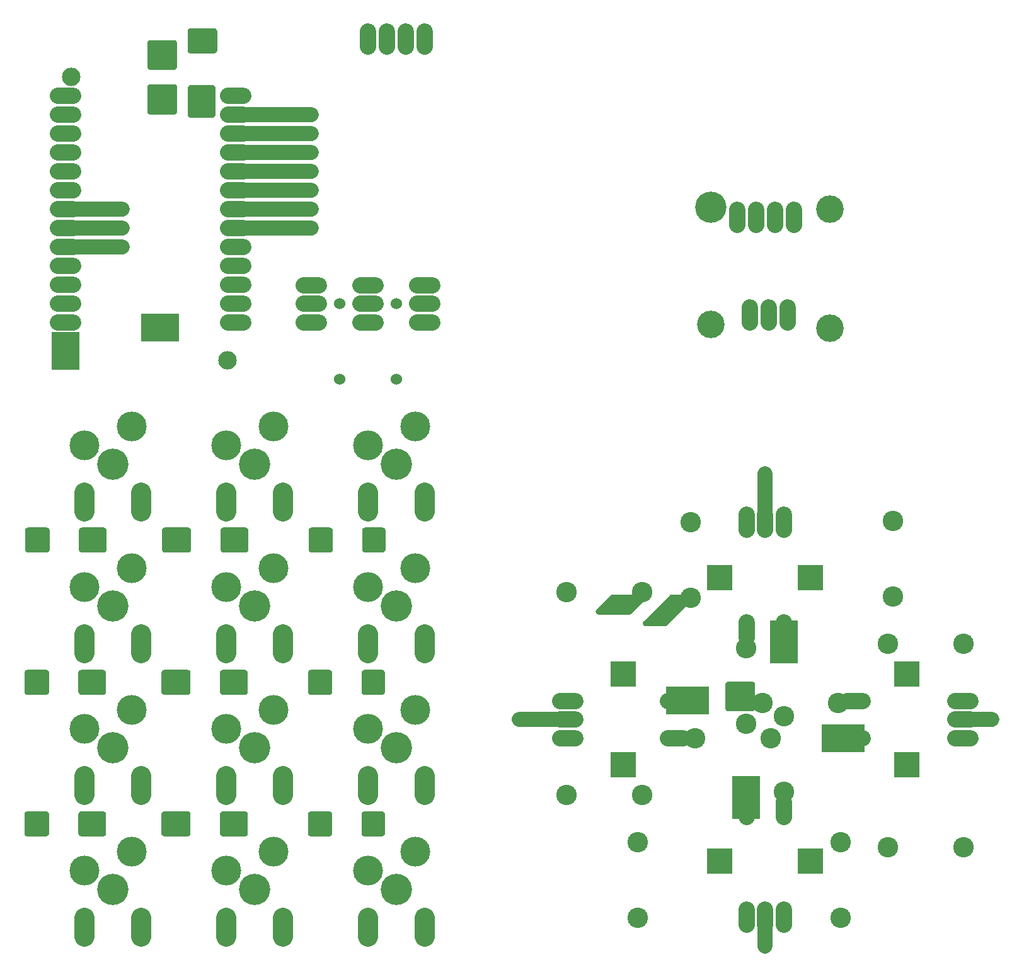
<source format=gbr>
G04 EAGLE Gerber RS-274X export*
G75*
%MOMM*%
%FSLAX34Y34*%
%LPD*%
%INSoldermask Bottom*%
%IPPOS*%
%AMOC8*
5,1,8,0,0,1.08239X$1,22.5*%
G01*
%ADD10R,3.810000X5.080000*%
%ADD11R,5.080000X3.810000*%
%ADD12R,5.715000X3.810000*%
%ADD13R,3.810000X5.715000*%
%ADD14C,2.000000*%
%ADD15C,2.743200*%
%ADD16C,4.203200*%
%ADD17C,4.013200*%
%ADD18C,2.743200*%
%ADD19C,2.235200*%
%ADD20R,3.419200X3.419200*%
%ADD21C,2.489200*%
%ADD22C,3.703200*%
%ADD23C,1.524000*%

G36*
X399649Y1270293D02*
X399649Y1270293D01*
X399880Y1270303D01*
X399934Y1270313D01*
X399988Y1270317D01*
X400214Y1270365D01*
X400440Y1270407D01*
X400492Y1270424D01*
X400546Y1270436D01*
X400762Y1270515D01*
X400980Y1270588D01*
X401029Y1270613D01*
X401081Y1270632D01*
X401284Y1270740D01*
X401489Y1270843D01*
X401535Y1270874D01*
X401583Y1270900D01*
X401769Y1271036D01*
X401958Y1271167D01*
X401999Y1271204D01*
X402043Y1271237D01*
X402208Y1271397D01*
X402377Y1271553D01*
X402412Y1271596D01*
X402451Y1271634D01*
X402592Y1271816D01*
X402738Y1271994D01*
X402766Y1272042D01*
X402800Y1272085D01*
X402914Y1272285D01*
X403033Y1272482D01*
X403055Y1272532D01*
X403082Y1272580D01*
X403167Y1272794D01*
X403258Y1273005D01*
X403272Y1273058D01*
X403292Y1273109D01*
X403347Y1273334D01*
X403407Y1273555D01*
X403411Y1273599D01*
X403427Y1273663D01*
X403482Y1274230D01*
X403479Y1274296D01*
X403483Y1274340D01*
X403483Y1307130D01*
X403467Y1307359D01*
X403457Y1307590D01*
X403447Y1307644D01*
X403443Y1307698D01*
X403395Y1307924D01*
X403353Y1308150D01*
X403336Y1308202D01*
X403324Y1308256D01*
X403245Y1308472D01*
X403172Y1308690D01*
X403147Y1308739D01*
X403128Y1308791D01*
X403020Y1308994D01*
X402917Y1309199D01*
X402886Y1309245D01*
X402860Y1309293D01*
X402724Y1309479D01*
X402593Y1309668D01*
X402556Y1309709D01*
X402523Y1309753D01*
X402363Y1309918D01*
X402207Y1310087D01*
X402164Y1310122D01*
X402126Y1310161D01*
X401944Y1310302D01*
X401766Y1310448D01*
X401718Y1310476D01*
X401675Y1310510D01*
X401475Y1310624D01*
X401278Y1310743D01*
X401228Y1310765D01*
X401180Y1310792D01*
X400966Y1310877D01*
X400755Y1310968D01*
X400702Y1310982D01*
X400651Y1311002D01*
X400426Y1311057D01*
X400205Y1311117D01*
X400161Y1311121D01*
X400097Y1311137D01*
X399530Y1311192D01*
X399464Y1311189D01*
X399420Y1311193D01*
X367720Y1311193D01*
X367491Y1311177D01*
X367260Y1311167D01*
X367206Y1311157D01*
X367152Y1311153D01*
X366926Y1311105D01*
X366700Y1311063D01*
X366648Y1311046D01*
X366594Y1311034D01*
X366378Y1310955D01*
X366160Y1310882D01*
X366111Y1310857D01*
X366059Y1310838D01*
X365856Y1310730D01*
X365651Y1310627D01*
X365605Y1310596D01*
X365557Y1310570D01*
X365371Y1310434D01*
X365182Y1310303D01*
X365141Y1310266D01*
X365097Y1310233D01*
X364932Y1310073D01*
X364763Y1309917D01*
X364728Y1309874D01*
X364689Y1309836D01*
X364548Y1309654D01*
X364402Y1309476D01*
X364374Y1309428D01*
X364340Y1309385D01*
X364226Y1309185D01*
X364107Y1308988D01*
X364085Y1308938D01*
X364058Y1308890D01*
X363973Y1308676D01*
X363882Y1308465D01*
X363868Y1308412D01*
X363848Y1308361D01*
X363793Y1308136D01*
X363733Y1307915D01*
X363729Y1307871D01*
X363714Y1307807D01*
X363658Y1307240D01*
X363661Y1307174D01*
X363657Y1307130D01*
X363657Y1274340D01*
X363673Y1274111D01*
X363683Y1273880D01*
X363693Y1273826D01*
X363697Y1273772D01*
X363745Y1273546D01*
X363787Y1273320D01*
X363804Y1273268D01*
X363816Y1273214D01*
X363895Y1272998D01*
X363968Y1272780D01*
X363993Y1272731D01*
X364012Y1272679D01*
X364120Y1272476D01*
X364223Y1272271D01*
X364254Y1272225D01*
X364280Y1272177D01*
X364416Y1271991D01*
X364547Y1271802D01*
X364584Y1271761D01*
X364617Y1271717D01*
X364777Y1271552D01*
X364933Y1271383D01*
X364976Y1271348D01*
X365014Y1271309D01*
X365196Y1271168D01*
X365374Y1271022D01*
X365422Y1270994D01*
X365465Y1270960D01*
X365665Y1270846D01*
X365862Y1270727D01*
X365912Y1270705D01*
X365960Y1270678D01*
X366174Y1270593D01*
X366385Y1270502D01*
X366438Y1270488D01*
X366489Y1270468D01*
X366714Y1270413D01*
X366935Y1270353D01*
X366979Y1270349D01*
X367043Y1270334D01*
X367610Y1270278D01*
X367676Y1270281D01*
X367720Y1270277D01*
X399420Y1270277D01*
X399649Y1270293D01*
G37*
G36*
X451079Y1265953D02*
X451079Y1265953D01*
X451310Y1265963D01*
X451364Y1265973D01*
X451418Y1265977D01*
X451644Y1266025D01*
X451870Y1266067D01*
X451922Y1266084D01*
X451976Y1266096D01*
X452192Y1266175D01*
X452410Y1266248D01*
X452459Y1266273D01*
X452511Y1266292D01*
X452714Y1266400D01*
X452919Y1266503D01*
X452965Y1266534D01*
X453013Y1266560D01*
X453199Y1266696D01*
X453388Y1266827D01*
X453429Y1266864D01*
X453473Y1266897D01*
X453638Y1267057D01*
X453807Y1267213D01*
X453842Y1267256D01*
X453881Y1267294D01*
X454022Y1267476D01*
X454168Y1267654D01*
X454196Y1267702D01*
X454230Y1267745D01*
X454344Y1267945D01*
X454463Y1268142D01*
X454485Y1268192D01*
X454512Y1268240D01*
X454597Y1268454D01*
X454688Y1268665D01*
X454702Y1268718D01*
X454722Y1268769D01*
X454777Y1268994D01*
X454837Y1269215D01*
X454841Y1269259D01*
X454857Y1269323D01*
X454912Y1269890D01*
X454909Y1269956D01*
X454913Y1270000D01*
X454913Y1306060D01*
X454897Y1306289D01*
X454887Y1306520D01*
X454877Y1306574D01*
X454873Y1306628D01*
X454825Y1306854D01*
X454783Y1307080D01*
X454766Y1307132D01*
X454754Y1307186D01*
X454675Y1307402D01*
X454602Y1307620D01*
X454577Y1307669D01*
X454558Y1307721D01*
X454450Y1307924D01*
X454347Y1308129D01*
X454316Y1308175D01*
X454290Y1308223D01*
X454154Y1308409D01*
X454023Y1308598D01*
X453986Y1308639D01*
X453953Y1308683D01*
X453793Y1308848D01*
X453637Y1309017D01*
X453594Y1309052D01*
X453556Y1309091D01*
X453374Y1309232D01*
X453196Y1309378D01*
X453148Y1309406D01*
X453105Y1309440D01*
X452905Y1309554D01*
X452708Y1309673D01*
X452658Y1309695D01*
X452610Y1309722D01*
X452396Y1309807D01*
X452185Y1309898D01*
X452132Y1309912D01*
X452081Y1309932D01*
X451856Y1309987D01*
X451635Y1310047D01*
X451591Y1310051D01*
X451527Y1310067D01*
X450960Y1310122D01*
X450894Y1310119D01*
X450850Y1310123D01*
X422270Y1310123D01*
X422041Y1310107D01*
X421810Y1310097D01*
X421756Y1310087D01*
X421702Y1310083D01*
X421476Y1310035D01*
X421250Y1309993D01*
X421198Y1309976D01*
X421144Y1309964D01*
X420928Y1309885D01*
X420710Y1309812D01*
X420661Y1309787D01*
X420609Y1309768D01*
X420406Y1309660D01*
X420201Y1309557D01*
X420155Y1309526D01*
X420107Y1309500D01*
X419921Y1309364D01*
X419732Y1309233D01*
X419691Y1309196D01*
X419647Y1309163D01*
X419482Y1309003D01*
X419313Y1308847D01*
X419278Y1308804D01*
X419239Y1308766D01*
X419098Y1308584D01*
X418952Y1308406D01*
X418924Y1308358D01*
X418890Y1308315D01*
X418776Y1308115D01*
X418657Y1307918D01*
X418635Y1307868D01*
X418608Y1307820D01*
X418523Y1307606D01*
X418432Y1307395D01*
X418418Y1307342D01*
X418398Y1307291D01*
X418343Y1307066D01*
X418283Y1306845D01*
X418279Y1306801D01*
X418264Y1306737D01*
X418208Y1306170D01*
X418211Y1306104D01*
X418207Y1306060D01*
X418207Y1270000D01*
X418223Y1269771D01*
X418233Y1269540D01*
X418243Y1269486D01*
X418247Y1269432D01*
X418295Y1269206D01*
X418337Y1268980D01*
X418354Y1268928D01*
X418366Y1268874D01*
X418445Y1268658D01*
X418518Y1268440D01*
X418543Y1268391D01*
X418562Y1268339D01*
X418670Y1268136D01*
X418773Y1267931D01*
X418804Y1267885D01*
X418830Y1267837D01*
X418966Y1267651D01*
X419097Y1267462D01*
X419134Y1267421D01*
X419167Y1267377D01*
X419327Y1267212D01*
X419483Y1267043D01*
X419526Y1267008D01*
X419564Y1266969D01*
X419746Y1266828D01*
X419924Y1266682D01*
X419972Y1266654D01*
X420015Y1266620D01*
X420215Y1266506D01*
X420412Y1266387D01*
X420462Y1266365D01*
X420510Y1266338D01*
X420724Y1266253D01*
X420935Y1266162D01*
X420988Y1266148D01*
X421039Y1266128D01*
X421264Y1266073D01*
X421485Y1266013D01*
X421529Y1266009D01*
X421593Y1265994D01*
X422160Y1265938D01*
X422226Y1265941D01*
X422270Y1265937D01*
X450850Y1265937D01*
X451079Y1265953D01*
G37*
G36*
X399649Y1330523D02*
X399649Y1330523D01*
X399880Y1330533D01*
X399934Y1330543D01*
X399988Y1330547D01*
X400214Y1330595D01*
X400440Y1330637D01*
X400492Y1330654D01*
X400546Y1330666D01*
X400762Y1330745D01*
X400980Y1330818D01*
X401029Y1330843D01*
X401081Y1330862D01*
X401284Y1330970D01*
X401489Y1331073D01*
X401535Y1331104D01*
X401583Y1331130D01*
X401769Y1331266D01*
X401958Y1331397D01*
X401999Y1331434D01*
X402043Y1331467D01*
X402208Y1331627D01*
X402377Y1331783D01*
X402412Y1331826D01*
X402451Y1331864D01*
X402592Y1332046D01*
X402738Y1332224D01*
X402766Y1332272D01*
X402800Y1332315D01*
X402914Y1332515D01*
X403033Y1332712D01*
X403055Y1332762D01*
X403082Y1332810D01*
X403167Y1333024D01*
X403258Y1333235D01*
X403272Y1333288D01*
X403292Y1333339D01*
X403347Y1333564D01*
X403407Y1333785D01*
X403411Y1333829D01*
X403427Y1333893D01*
X403482Y1334460D01*
X403479Y1334526D01*
X403483Y1334570D01*
X403483Y1366270D01*
X403467Y1366499D01*
X403457Y1366730D01*
X403447Y1366784D01*
X403443Y1366838D01*
X403395Y1367064D01*
X403353Y1367290D01*
X403336Y1367342D01*
X403324Y1367396D01*
X403245Y1367612D01*
X403172Y1367830D01*
X403147Y1367879D01*
X403128Y1367931D01*
X403020Y1368134D01*
X402917Y1368339D01*
X402886Y1368385D01*
X402860Y1368433D01*
X402724Y1368619D01*
X402593Y1368808D01*
X402556Y1368849D01*
X402523Y1368893D01*
X402363Y1369058D01*
X402207Y1369227D01*
X402164Y1369262D01*
X402126Y1369301D01*
X401944Y1369442D01*
X401766Y1369588D01*
X401718Y1369616D01*
X401675Y1369650D01*
X401475Y1369764D01*
X401278Y1369883D01*
X401228Y1369905D01*
X401180Y1369932D01*
X400966Y1370017D01*
X400755Y1370108D01*
X400702Y1370122D01*
X400651Y1370142D01*
X400426Y1370197D01*
X400205Y1370257D01*
X400161Y1370261D01*
X400097Y1370277D01*
X399530Y1370332D01*
X399464Y1370329D01*
X399420Y1370333D01*
X367720Y1370333D01*
X367491Y1370317D01*
X367260Y1370307D01*
X367206Y1370297D01*
X367152Y1370293D01*
X366926Y1370245D01*
X366700Y1370203D01*
X366648Y1370186D01*
X366594Y1370174D01*
X366378Y1370095D01*
X366160Y1370022D01*
X366111Y1369997D01*
X366059Y1369978D01*
X365856Y1369870D01*
X365651Y1369767D01*
X365605Y1369736D01*
X365557Y1369710D01*
X365371Y1369574D01*
X365182Y1369443D01*
X365141Y1369406D01*
X365097Y1369373D01*
X364932Y1369213D01*
X364763Y1369057D01*
X364728Y1369014D01*
X364689Y1368976D01*
X364548Y1368794D01*
X364402Y1368616D01*
X364374Y1368568D01*
X364340Y1368525D01*
X364226Y1368325D01*
X364107Y1368128D01*
X364085Y1368078D01*
X364058Y1368030D01*
X363973Y1367816D01*
X363882Y1367605D01*
X363868Y1367552D01*
X363848Y1367501D01*
X363793Y1367276D01*
X363733Y1367055D01*
X363729Y1367011D01*
X363714Y1366947D01*
X363658Y1366380D01*
X363661Y1366314D01*
X363657Y1366270D01*
X363657Y1334570D01*
X363673Y1334341D01*
X363683Y1334110D01*
X363693Y1334056D01*
X363697Y1334002D01*
X363745Y1333776D01*
X363787Y1333550D01*
X363804Y1333498D01*
X363816Y1333444D01*
X363895Y1333228D01*
X363968Y1333010D01*
X363993Y1332961D01*
X364012Y1332909D01*
X364120Y1332706D01*
X364223Y1332501D01*
X364254Y1332455D01*
X364280Y1332407D01*
X364416Y1332221D01*
X364547Y1332032D01*
X364584Y1331991D01*
X364617Y1331947D01*
X364777Y1331782D01*
X364933Y1331613D01*
X364976Y1331578D01*
X365014Y1331539D01*
X365196Y1331398D01*
X365374Y1331252D01*
X365422Y1331224D01*
X365465Y1331190D01*
X365665Y1331076D01*
X365862Y1330957D01*
X365912Y1330935D01*
X365960Y1330908D01*
X366174Y1330823D01*
X366385Y1330732D01*
X366438Y1330718D01*
X366489Y1330698D01*
X366714Y1330643D01*
X366935Y1330583D01*
X366979Y1330579D01*
X367043Y1330564D01*
X367610Y1330508D01*
X367676Y1330511D01*
X367720Y1330507D01*
X399420Y1330507D01*
X399649Y1330523D01*
G37*
G36*
X1176299Y468283D02*
X1176299Y468283D01*
X1176530Y468293D01*
X1176584Y468303D01*
X1176638Y468307D01*
X1176864Y468355D01*
X1177090Y468397D01*
X1177142Y468414D01*
X1177196Y468426D01*
X1177412Y468505D01*
X1177630Y468578D01*
X1177679Y468603D01*
X1177731Y468622D01*
X1177934Y468730D01*
X1178139Y468833D01*
X1178185Y468864D01*
X1178233Y468890D01*
X1178419Y469026D01*
X1178608Y469157D01*
X1178649Y469194D01*
X1178693Y469227D01*
X1178858Y469387D01*
X1179027Y469543D01*
X1179062Y469586D01*
X1179101Y469624D01*
X1179242Y469806D01*
X1179388Y469984D01*
X1179416Y470032D01*
X1179450Y470075D01*
X1179564Y470275D01*
X1179683Y470472D01*
X1179705Y470522D01*
X1179732Y470570D01*
X1179817Y470784D01*
X1179908Y470995D01*
X1179922Y471048D01*
X1179942Y471099D01*
X1179997Y471324D01*
X1180057Y471545D01*
X1180061Y471589D01*
X1180077Y471653D01*
X1180132Y472220D01*
X1180129Y472286D01*
X1180133Y472330D01*
X1180133Y504030D01*
X1180117Y504259D01*
X1180107Y504490D01*
X1180097Y504544D01*
X1180093Y504598D01*
X1180045Y504824D01*
X1180003Y505050D01*
X1179986Y505102D01*
X1179974Y505156D01*
X1179895Y505372D01*
X1179822Y505590D01*
X1179797Y505639D01*
X1179778Y505691D01*
X1179670Y505894D01*
X1179567Y506099D01*
X1179536Y506145D01*
X1179510Y506193D01*
X1179374Y506379D01*
X1179243Y506568D01*
X1179206Y506609D01*
X1179173Y506653D01*
X1179013Y506818D01*
X1178857Y506987D01*
X1178814Y507022D01*
X1178776Y507061D01*
X1178594Y507202D01*
X1178416Y507348D01*
X1178368Y507376D01*
X1178325Y507410D01*
X1178125Y507524D01*
X1177928Y507643D01*
X1177878Y507665D01*
X1177830Y507692D01*
X1177616Y507777D01*
X1177405Y507868D01*
X1177352Y507882D01*
X1177301Y507902D01*
X1177076Y507957D01*
X1176855Y508017D01*
X1176811Y508021D01*
X1176747Y508037D01*
X1176180Y508092D01*
X1176114Y508089D01*
X1176070Y508093D01*
X1144370Y508093D01*
X1144141Y508077D01*
X1143910Y508067D01*
X1143856Y508057D01*
X1143802Y508053D01*
X1143576Y508005D01*
X1143350Y507963D01*
X1143298Y507946D01*
X1143244Y507934D01*
X1143028Y507855D01*
X1142810Y507782D01*
X1142761Y507757D01*
X1142709Y507738D01*
X1142506Y507630D01*
X1142301Y507527D01*
X1142255Y507496D01*
X1142207Y507470D01*
X1142021Y507334D01*
X1141832Y507203D01*
X1141791Y507166D01*
X1141747Y507133D01*
X1141582Y506973D01*
X1141413Y506817D01*
X1141378Y506774D01*
X1141339Y506736D01*
X1141198Y506554D01*
X1141052Y506376D01*
X1141024Y506328D01*
X1140990Y506285D01*
X1140876Y506085D01*
X1140757Y505888D01*
X1140735Y505838D01*
X1140708Y505790D01*
X1140623Y505576D01*
X1140532Y505365D01*
X1140518Y505312D01*
X1140498Y505261D01*
X1140443Y505036D01*
X1140383Y504815D01*
X1140379Y504771D01*
X1140364Y504707D01*
X1140308Y504140D01*
X1140311Y504074D01*
X1140307Y504030D01*
X1140307Y472330D01*
X1140323Y472101D01*
X1140333Y471870D01*
X1140343Y471816D01*
X1140347Y471762D01*
X1140395Y471536D01*
X1140437Y471310D01*
X1140454Y471258D01*
X1140466Y471204D01*
X1140545Y470988D01*
X1140618Y470770D01*
X1140643Y470721D01*
X1140662Y470669D01*
X1140770Y470466D01*
X1140873Y470261D01*
X1140904Y470215D01*
X1140930Y470167D01*
X1141066Y469981D01*
X1141197Y469792D01*
X1141234Y469751D01*
X1141267Y469707D01*
X1141427Y469542D01*
X1141583Y469373D01*
X1141626Y469338D01*
X1141664Y469299D01*
X1141846Y469158D01*
X1142024Y469012D01*
X1142072Y468984D01*
X1142115Y468950D01*
X1142315Y468836D01*
X1142512Y468717D01*
X1142562Y468695D01*
X1142610Y468668D01*
X1142824Y468583D01*
X1143035Y468492D01*
X1143088Y468478D01*
X1143139Y468458D01*
X1143364Y468403D01*
X1143585Y468343D01*
X1143629Y468339D01*
X1143693Y468324D01*
X1144260Y468268D01*
X1144326Y468271D01*
X1144370Y468267D01*
X1176070Y468267D01*
X1176299Y468283D01*
G37*
G36*
X1058840Y582391D02*
X1058840Y582391D01*
X1058901Y582389D01*
X1059124Y582411D01*
X1059348Y582427D01*
X1059408Y582439D01*
X1059468Y582445D01*
X1059686Y582499D01*
X1059906Y582546D01*
X1059962Y582566D01*
X1060021Y582581D01*
X1060230Y582664D01*
X1060441Y582742D01*
X1060494Y582770D01*
X1060550Y582793D01*
X1060745Y582904D01*
X1060943Y583010D01*
X1060992Y583046D01*
X1061044Y583076D01*
X1061135Y583151D01*
X1061403Y583347D01*
X1061564Y583504D01*
X1061653Y583577D01*
X1096523Y618447D01*
X1096599Y618534D01*
X1096681Y618614D01*
X1096785Y618749D01*
X1096897Y618877D01*
X1096960Y618974D01*
X1097030Y619065D01*
X1097114Y619213D01*
X1097207Y619355D01*
X1097255Y619460D01*
X1097312Y619560D01*
X1097375Y619718D01*
X1097447Y619872D01*
X1097480Y619982D01*
X1097522Y620089D01*
X1097563Y620255D01*
X1097612Y620417D01*
X1097629Y620531D01*
X1097657Y620643D01*
X1097673Y620813D01*
X1097699Y620980D01*
X1097701Y621095D01*
X1097712Y621210D01*
X1097704Y621380D01*
X1097707Y621550D01*
X1097692Y621664D01*
X1097687Y621780D01*
X1097656Y621947D01*
X1097635Y622115D01*
X1097604Y622227D01*
X1097583Y622340D01*
X1097529Y622501D01*
X1097484Y622665D01*
X1097439Y622771D01*
X1097402Y622880D01*
X1097326Y623032D01*
X1097258Y623188D01*
X1097198Y623286D01*
X1097147Y623389D01*
X1097050Y623529D01*
X1096962Y623674D01*
X1096888Y623763D01*
X1096823Y623858D01*
X1096707Y623983D01*
X1096600Y624115D01*
X1096515Y624192D01*
X1096437Y624277D01*
X1096305Y624385D01*
X1096180Y624500D01*
X1096085Y624565D01*
X1095996Y624638D01*
X1095850Y624726D01*
X1095710Y624822D01*
X1095607Y624874D01*
X1095508Y624933D01*
X1095352Y625000D01*
X1095200Y625076D01*
X1095091Y625112D01*
X1094985Y625158D01*
X1094821Y625202D01*
X1094659Y625256D01*
X1094546Y625277D01*
X1094435Y625307D01*
X1094320Y625318D01*
X1094099Y625358D01*
X1093767Y625372D01*
X1093650Y625383D01*
X1068290Y625383D01*
X1068230Y625379D01*
X1068169Y625381D01*
X1067946Y625359D01*
X1067722Y625343D01*
X1067662Y625331D01*
X1067603Y625325D01*
X1067384Y625271D01*
X1067164Y625224D01*
X1067108Y625204D01*
X1067049Y625189D01*
X1066840Y625106D01*
X1066629Y625028D01*
X1066576Y625000D01*
X1066520Y624978D01*
X1066325Y624866D01*
X1066127Y624760D01*
X1066078Y624724D01*
X1066026Y624694D01*
X1065935Y624619D01*
X1065667Y624423D01*
X1065506Y624266D01*
X1065417Y624193D01*
X1030547Y589323D01*
X1030471Y589236D01*
X1030389Y589156D01*
X1030285Y589021D01*
X1030173Y588893D01*
X1030110Y588796D01*
X1030040Y588705D01*
X1029956Y588557D01*
X1029863Y588415D01*
X1029815Y588310D01*
X1029758Y588210D01*
X1029695Y588052D01*
X1029624Y587898D01*
X1029590Y587788D01*
X1029548Y587681D01*
X1029508Y587515D01*
X1029458Y587353D01*
X1029441Y587239D01*
X1029414Y587127D01*
X1029397Y586957D01*
X1029371Y586790D01*
X1029369Y586675D01*
X1029358Y586560D01*
X1029366Y586390D01*
X1029363Y586220D01*
X1029378Y586106D01*
X1029383Y585990D01*
X1029414Y585823D01*
X1029435Y585655D01*
X1029466Y585543D01*
X1029487Y585430D01*
X1029541Y585269D01*
X1029586Y585105D01*
X1029631Y584999D01*
X1029668Y584890D01*
X1029744Y584738D01*
X1029812Y584582D01*
X1029872Y584484D01*
X1029923Y584381D01*
X1030020Y584241D01*
X1030108Y584096D01*
X1030182Y584007D01*
X1030247Y583912D01*
X1030363Y583787D01*
X1030470Y583655D01*
X1030555Y583578D01*
X1030633Y583493D01*
X1030765Y583385D01*
X1030890Y583270D01*
X1030985Y583205D01*
X1031074Y583132D01*
X1031220Y583044D01*
X1031360Y582948D01*
X1031463Y582896D01*
X1031562Y582837D01*
X1031718Y582770D01*
X1031870Y582694D01*
X1031979Y582658D01*
X1032085Y582612D01*
X1032249Y582568D01*
X1032411Y582514D01*
X1032524Y582493D01*
X1032635Y582463D01*
X1032750Y582452D01*
X1032971Y582412D01*
X1033303Y582398D01*
X1033420Y582387D01*
X1058780Y582387D01*
X1058840Y582391D01*
G37*
G36*
X1011290Y598241D02*
X1011290Y598241D01*
X1011351Y598239D01*
X1011574Y598261D01*
X1011798Y598277D01*
X1011858Y598289D01*
X1011918Y598295D01*
X1012136Y598349D01*
X1012356Y598396D01*
X1012412Y598416D01*
X1012471Y598431D01*
X1012680Y598514D01*
X1012891Y598592D01*
X1012944Y598620D01*
X1013000Y598643D01*
X1013195Y598754D01*
X1013393Y598860D01*
X1013442Y598896D01*
X1013494Y598926D01*
X1013585Y599001D01*
X1013853Y599197D01*
X1014014Y599354D01*
X1014103Y599427D01*
X1029953Y615277D01*
X1029993Y615322D01*
X1030037Y615363D01*
X1030179Y615537D01*
X1030327Y615707D01*
X1030360Y615758D01*
X1030398Y615804D01*
X1030515Y615997D01*
X1030637Y616185D01*
X1030662Y616240D01*
X1030693Y616292D01*
X1030782Y616498D01*
X1030877Y616702D01*
X1030894Y616760D01*
X1030918Y616815D01*
X1030976Y617032D01*
X1031042Y617247D01*
X1031051Y617307D01*
X1031067Y617365D01*
X1031078Y617482D01*
X1031129Y617810D01*
X1031132Y618035D01*
X1031143Y618150D01*
X1031143Y621320D01*
X1031127Y621549D01*
X1031117Y621780D01*
X1031107Y621834D01*
X1031103Y621888D01*
X1031055Y622114D01*
X1031013Y622340D01*
X1030996Y622392D01*
X1030984Y622446D01*
X1030905Y622662D01*
X1030832Y622880D01*
X1030807Y622929D01*
X1030788Y622981D01*
X1030680Y623184D01*
X1030577Y623389D01*
X1030546Y623435D01*
X1030520Y623483D01*
X1030384Y623669D01*
X1030253Y623858D01*
X1030216Y623899D01*
X1030183Y623943D01*
X1030023Y624108D01*
X1029867Y624277D01*
X1029824Y624312D01*
X1029786Y624351D01*
X1029604Y624492D01*
X1029426Y624638D01*
X1029378Y624666D01*
X1029335Y624700D01*
X1029135Y624814D01*
X1028938Y624933D01*
X1028888Y624955D01*
X1028840Y624982D01*
X1028626Y625067D01*
X1028415Y625158D01*
X1028362Y625172D01*
X1028311Y625192D01*
X1028086Y625247D01*
X1027865Y625307D01*
X1027821Y625311D01*
X1027757Y625327D01*
X1027190Y625382D01*
X1027124Y625379D01*
X1027080Y625383D01*
X989040Y625383D01*
X988980Y625379D01*
X988919Y625381D01*
X988696Y625359D01*
X988472Y625343D01*
X988412Y625331D01*
X988353Y625325D01*
X988134Y625271D01*
X987914Y625224D01*
X987858Y625204D01*
X987799Y625189D01*
X987590Y625106D01*
X987379Y625028D01*
X987326Y625000D01*
X987270Y624978D01*
X987075Y624866D01*
X986877Y624760D01*
X986828Y624724D01*
X986776Y624694D01*
X986685Y624619D01*
X986417Y624423D01*
X986256Y624266D01*
X986167Y624193D01*
X967147Y605173D01*
X967071Y605086D01*
X966989Y605006D01*
X966885Y604871D01*
X966773Y604743D01*
X966710Y604646D01*
X966640Y604555D01*
X966556Y604407D01*
X966463Y604265D01*
X966415Y604160D01*
X966358Y604060D01*
X966295Y603902D01*
X966224Y603748D01*
X966190Y603638D01*
X966148Y603531D01*
X966108Y603365D01*
X966058Y603203D01*
X966041Y603089D01*
X966014Y602977D01*
X965997Y602807D01*
X965971Y602640D01*
X965969Y602525D01*
X965958Y602410D01*
X965966Y602240D01*
X965963Y602070D01*
X965978Y601956D01*
X965983Y601840D01*
X966014Y601673D01*
X966035Y601505D01*
X966066Y601393D01*
X966087Y601280D01*
X966141Y601119D01*
X966186Y600955D01*
X966231Y600849D01*
X966268Y600740D01*
X966344Y600588D01*
X966412Y600432D01*
X966472Y600334D01*
X966523Y600231D01*
X966620Y600091D01*
X966708Y599946D01*
X966782Y599857D01*
X966847Y599762D01*
X966963Y599637D01*
X967070Y599505D01*
X967155Y599428D01*
X967233Y599343D01*
X967365Y599235D01*
X967490Y599120D01*
X967585Y599055D01*
X967674Y598982D01*
X967820Y598894D01*
X967960Y598798D01*
X968063Y598746D01*
X968162Y598687D01*
X968318Y598620D01*
X968470Y598544D01*
X968579Y598508D01*
X968685Y598462D01*
X968849Y598418D01*
X969011Y598364D01*
X969124Y598343D01*
X969235Y598313D01*
X969350Y598302D01*
X969571Y598262D01*
X969903Y598248D01*
X970020Y598237D01*
X1011230Y598237D01*
X1011290Y598241D01*
G37*
G36*
X453539Y1352713D02*
X453539Y1352713D01*
X453770Y1352723D01*
X453824Y1352733D01*
X453878Y1352737D01*
X454104Y1352785D01*
X454330Y1352827D01*
X454382Y1352844D01*
X454436Y1352856D01*
X454652Y1352935D01*
X454870Y1353008D01*
X454919Y1353033D01*
X454971Y1353052D01*
X455174Y1353160D01*
X455379Y1353263D01*
X455425Y1353294D01*
X455473Y1353320D01*
X455659Y1353456D01*
X455848Y1353587D01*
X455889Y1353624D01*
X455933Y1353657D01*
X456098Y1353817D01*
X456267Y1353973D01*
X456302Y1354016D01*
X456341Y1354054D01*
X456482Y1354236D01*
X456628Y1354414D01*
X456656Y1354462D01*
X456690Y1354505D01*
X456804Y1354705D01*
X456923Y1354902D01*
X456945Y1354952D01*
X456972Y1355000D01*
X457057Y1355214D01*
X457148Y1355425D01*
X457162Y1355478D01*
X457182Y1355529D01*
X457237Y1355754D01*
X457297Y1355975D01*
X457301Y1356019D01*
X457317Y1356083D01*
X457372Y1356650D01*
X457369Y1356716D01*
X457373Y1356760D01*
X457373Y1382120D01*
X457357Y1382349D01*
X457347Y1382580D01*
X457337Y1382634D01*
X457333Y1382688D01*
X457285Y1382914D01*
X457243Y1383140D01*
X457226Y1383192D01*
X457214Y1383246D01*
X457135Y1383462D01*
X457062Y1383680D01*
X457037Y1383729D01*
X457018Y1383781D01*
X456910Y1383984D01*
X456807Y1384189D01*
X456776Y1384235D01*
X456750Y1384283D01*
X456614Y1384469D01*
X456483Y1384658D01*
X456446Y1384699D01*
X456413Y1384743D01*
X456253Y1384908D01*
X456097Y1385077D01*
X456054Y1385112D01*
X456016Y1385151D01*
X455834Y1385292D01*
X455656Y1385438D01*
X455608Y1385466D01*
X455565Y1385500D01*
X455365Y1385614D01*
X455168Y1385733D01*
X455118Y1385755D01*
X455070Y1385782D01*
X454856Y1385867D01*
X454645Y1385958D01*
X454592Y1385972D01*
X454541Y1385992D01*
X454316Y1386047D01*
X454095Y1386107D01*
X454051Y1386111D01*
X453987Y1386127D01*
X453420Y1386182D01*
X453354Y1386179D01*
X453310Y1386183D01*
X421610Y1386183D01*
X421381Y1386167D01*
X421150Y1386157D01*
X421096Y1386147D01*
X421042Y1386143D01*
X420816Y1386095D01*
X420590Y1386053D01*
X420538Y1386036D01*
X420484Y1386024D01*
X420268Y1385945D01*
X420050Y1385872D01*
X420001Y1385847D01*
X419949Y1385828D01*
X419746Y1385720D01*
X419541Y1385617D01*
X419495Y1385586D01*
X419447Y1385560D01*
X419261Y1385424D01*
X419072Y1385293D01*
X419031Y1385256D01*
X418987Y1385223D01*
X418822Y1385063D01*
X418653Y1384907D01*
X418618Y1384864D01*
X418579Y1384826D01*
X418438Y1384644D01*
X418292Y1384466D01*
X418264Y1384418D01*
X418230Y1384375D01*
X418116Y1384175D01*
X417997Y1383978D01*
X417975Y1383928D01*
X417948Y1383880D01*
X417863Y1383666D01*
X417772Y1383455D01*
X417758Y1383402D01*
X417738Y1383351D01*
X417683Y1383126D01*
X417623Y1382905D01*
X417619Y1382861D01*
X417604Y1382797D01*
X417548Y1382230D01*
X417551Y1382164D01*
X417547Y1382120D01*
X417547Y1356760D01*
X417563Y1356531D01*
X417573Y1356300D01*
X417583Y1356246D01*
X417587Y1356192D01*
X417635Y1355966D01*
X417677Y1355740D01*
X417694Y1355688D01*
X417706Y1355634D01*
X417785Y1355418D01*
X417858Y1355200D01*
X417883Y1355151D01*
X417902Y1355099D01*
X418010Y1354896D01*
X418113Y1354691D01*
X418144Y1354645D01*
X418170Y1354597D01*
X418306Y1354411D01*
X418437Y1354222D01*
X418474Y1354181D01*
X418507Y1354137D01*
X418667Y1353972D01*
X418823Y1353803D01*
X418866Y1353768D01*
X418904Y1353729D01*
X419086Y1353588D01*
X419264Y1353442D01*
X419312Y1353414D01*
X419355Y1353380D01*
X419555Y1353266D01*
X419752Y1353147D01*
X419802Y1353125D01*
X419850Y1353098D01*
X420064Y1353013D01*
X420275Y1352922D01*
X420328Y1352908D01*
X420379Y1352888D01*
X420604Y1352833D01*
X420825Y1352773D01*
X420869Y1352769D01*
X420933Y1352754D01*
X421500Y1352698D01*
X421566Y1352701D01*
X421610Y1352697D01*
X453310Y1352697D01*
X453539Y1352713D01*
G37*
G36*
X418649Y681753D02*
X418649Y681753D01*
X418880Y681763D01*
X418934Y681773D01*
X418988Y681777D01*
X419214Y681825D01*
X419440Y681867D01*
X419492Y681884D01*
X419546Y681896D01*
X419762Y681975D01*
X419980Y682048D01*
X420029Y682073D01*
X420081Y682092D01*
X420284Y682200D01*
X420489Y682303D01*
X420535Y682334D01*
X420583Y682360D01*
X420769Y682496D01*
X420958Y682627D01*
X420999Y682664D01*
X421043Y682697D01*
X421208Y682857D01*
X421377Y683013D01*
X421412Y683056D01*
X421451Y683094D01*
X421592Y683276D01*
X421738Y683454D01*
X421766Y683502D01*
X421800Y683545D01*
X421914Y683745D01*
X422033Y683942D01*
X422055Y683992D01*
X422082Y684040D01*
X422167Y684254D01*
X422258Y684465D01*
X422272Y684518D01*
X422292Y684569D01*
X422347Y684794D01*
X422407Y685015D01*
X422411Y685059D01*
X422427Y685123D01*
X422482Y685690D01*
X422479Y685756D01*
X422483Y685800D01*
X422483Y711200D01*
X422467Y711429D01*
X422457Y711660D01*
X422447Y711714D01*
X422443Y711768D01*
X422395Y711994D01*
X422353Y712220D01*
X422336Y712272D01*
X422324Y712326D01*
X422245Y712542D01*
X422172Y712760D01*
X422147Y712809D01*
X422128Y712861D01*
X422020Y713064D01*
X421917Y713269D01*
X421886Y713315D01*
X421860Y713363D01*
X421724Y713549D01*
X421593Y713738D01*
X421556Y713779D01*
X421523Y713823D01*
X421363Y713988D01*
X421207Y714157D01*
X421164Y714192D01*
X421126Y714231D01*
X420944Y714372D01*
X420766Y714518D01*
X420718Y714546D01*
X420675Y714580D01*
X420475Y714694D01*
X420278Y714813D01*
X420228Y714835D01*
X420180Y714862D01*
X419966Y714947D01*
X419755Y715038D01*
X419702Y715052D01*
X419651Y715072D01*
X419426Y715127D01*
X419205Y715187D01*
X419161Y715191D01*
X419097Y715207D01*
X418530Y715262D01*
X418464Y715259D01*
X418420Y715263D01*
X387350Y715263D01*
X387121Y715247D01*
X386890Y715237D01*
X386836Y715227D01*
X386782Y715223D01*
X386556Y715175D01*
X386330Y715133D01*
X386278Y715116D01*
X386224Y715104D01*
X386008Y715025D01*
X385790Y714952D01*
X385741Y714927D01*
X385689Y714908D01*
X385486Y714800D01*
X385281Y714697D01*
X385235Y714666D01*
X385187Y714640D01*
X385001Y714504D01*
X384812Y714373D01*
X384771Y714336D01*
X384727Y714303D01*
X384562Y714143D01*
X384393Y713987D01*
X384358Y713944D01*
X384319Y713906D01*
X384178Y713724D01*
X384032Y713546D01*
X384004Y713498D01*
X383970Y713455D01*
X383856Y713255D01*
X383737Y713058D01*
X383715Y713008D01*
X383688Y712960D01*
X383603Y712746D01*
X383512Y712535D01*
X383498Y712482D01*
X383478Y712431D01*
X383423Y712206D01*
X383363Y711985D01*
X383359Y711941D01*
X383344Y711877D01*
X383288Y711310D01*
X383291Y711244D01*
X383287Y711200D01*
X383287Y685800D01*
X383303Y685571D01*
X383313Y685340D01*
X383323Y685286D01*
X383327Y685232D01*
X383375Y685006D01*
X383417Y684780D01*
X383434Y684728D01*
X383446Y684674D01*
X383525Y684458D01*
X383598Y684240D01*
X383623Y684191D01*
X383642Y684139D01*
X383750Y683936D01*
X383853Y683731D01*
X383884Y683685D01*
X383910Y683637D01*
X384046Y683451D01*
X384177Y683262D01*
X384214Y683221D01*
X384247Y683177D01*
X384407Y683012D01*
X384563Y682843D01*
X384606Y682808D01*
X384644Y682769D01*
X384826Y682628D01*
X385004Y682482D01*
X385052Y682454D01*
X385095Y682420D01*
X385295Y682306D01*
X385492Y682187D01*
X385542Y682165D01*
X385590Y682138D01*
X385804Y682053D01*
X386015Y681962D01*
X386068Y681948D01*
X386119Y681928D01*
X386344Y681873D01*
X386565Y681813D01*
X386609Y681809D01*
X386673Y681794D01*
X387240Y681738D01*
X387306Y681741D01*
X387350Y681737D01*
X418420Y681737D01*
X418649Y681753D01*
G37*
G36*
X417889Y300233D02*
X417889Y300233D01*
X418120Y300243D01*
X418174Y300253D01*
X418228Y300257D01*
X418454Y300305D01*
X418680Y300347D01*
X418732Y300364D01*
X418786Y300376D01*
X419002Y300455D01*
X419220Y300528D01*
X419269Y300553D01*
X419321Y300572D01*
X419524Y300680D01*
X419729Y300783D01*
X419775Y300814D01*
X419823Y300840D01*
X420009Y300976D01*
X420198Y301107D01*
X420239Y301144D01*
X420283Y301177D01*
X420448Y301337D01*
X420617Y301493D01*
X420652Y301536D01*
X420691Y301574D01*
X420832Y301756D01*
X420978Y301934D01*
X421006Y301982D01*
X421040Y302025D01*
X421154Y302225D01*
X421273Y302422D01*
X421295Y302472D01*
X421322Y302520D01*
X421407Y302734D01*
X421498Y302945D01*
X421512Y302998D01*
X421532Y303049D01*
X421587Y303274D01*
X421647Y303495D01*
X421651Y303539D01*
X421667Y303603D01*
X421722Y304170D01*
X421719Y304236D01*
X421723Y304280D01*
X421723Y329680D01*
X421707Y329909D01*
X421697Y330140D01*
X421687Y330194D01*
X421683Y330248D01*
X421635Y330474D01*
X421593Y330700D01*
X421576Y330752D01*
X421564Y330806D01*
X421485Y331022D01*
X421412Y331240D01*
X421387Y331289D01*
X421368Y331341D01*
X421260Y331544D01*
X421157Y331749D01*
X421126Y331795D01*
X421100Y331843D01*
X420964Y332029D01*
X420833Y332218D01*
X420796Y332259D01*
X420763Y332303D01*
X420603Y332468D01*
X420447Y332637D01*
X420404Y332672D01*
X420366Y332711D01*
X420184Y332852D01*
X420006Y332998D01*
X419958Y333026D01*
X419915Y333060D01*
X419715Y333174D01*
X419518Y333293D01*
X419468Y333315D01*
X419420Y333342D01*
X419206Y333427D01*
X418995Y333518D01*
X418942Y333532D01*
X418891Y333552D01*
X418666Y333607D01*
X418445Y333667D01*
X418401Y333671D01*
X418337Y333687D01*
X417770Y333742D01*
X417704Y333739D01*
X417660Y333743D01*
X386590Y333743D01*
X386361Y333727D01*
X386130Y333717D01*
X386076Y333707D01*
X386022Y333703D01*
X385796Y333655D01*
X385570Y333613D01*
X385518Y333596D01*
X385464Y333584D01*
X385248Y333505D01*
X385030Y333432D01*
X384981Y333407D01*
X384929Y333388D01*
X384726Y333280D01*
X384521Y333177D01*
X384475Y333146D01*
X384427Y333120D01*
X384241Y332984D01*
X384052Y332853D01*
X384011Y332816D01*
X383967Y332783D01*
X383802Y332623D01*
X383633Y332467D01*
X383598Y332424D01*
X383559Y332386D01*
X383418Y332204D01*
X383272Y332026D01*
X383244Y331978D01*
X383210Y331935D01*
X383096Y331735D01*
X382977Y331538D01*
X382955Y331488D01*
X382928Y331440D01*
X382843Y331226D01*
X382752Y331015D01*
X382738Y330962D01*
X382718Y330911D01*
X382663Y330686D01*
X382603Y330465D01*
X382599Y330421D01*
X382584Y330357D01*
X382528Y329790D01*
X382531Y329724D01*
X382527Y329680D01*
X382527Y304280D01*
X382543Y304051D01*
X382553Y303820D01*
X382563Y303766D01*
X382567Y303712D01*
X382615Y303486D01*
X382657Y303260D01*
X382674Y303208D01*
X382686Y303154D01*
X382765Y302938D01*
X382838Y302720D01*
X382863Y302671D01*
X382882Y302619D01*
X382990Y302416D01*
X383093Y302211D01*
X383124Y302165D01*
X383150Y302117D01*
X383286Y301931D01*
X383417Y301742D01*
X383454Y301701D01*
X383487Y301657D01*
X383647Y301492D01*
X383803Y301323D01*
X383846Y301288D01*
X383884Y301249D01*
X384066Y301108D01*
X384244Y300962D01*
X384292Y300934D01*
X384335Y300900D01*
X384535Y300786D01*
X384732Y300667D01*
X384782Y300645D01*
X384830Y300618D01*
X385044Y300533D01*
X385255Y300442D01*
X385308Y300428D01*
X385359Y300408D01*
X385584Y300353D01*
X385805Y300293D01*
X385849Y300289D01*
X385913Y300274D01*
X386480Y300218D01*
X386546Y300221D01*
X386590Y300217D01*
X417660Y300217D01*
X417889Y300233D01*
G37*
G36*
X417889Y490433D02*
X417889Y490433D01*
X418120Y490443D01*
X418174Y490453D01*
X418228Y490457D01*
X418454Y490505D01*
X418680Y490547D01*
X418732Y490564D01*
X418786Y490576D01*
X419002Y490655D01*
X419220Y490728D01*
X419269Y490753D01*
X419321Y490772D01*
X419524Y490880D01*
X419729Y490983D01*
X419775Y491014D01*
X419823Y491040D01*
X420009Y491176D01*
X420198Y491307D01*
X420239Y491344D01*
X420283Y491377D01*
X420448Y491537D01*
X420617Y491693D01*
X420652Y491736D01*
X420691Y491774D01*
X420832Y491956D01*
X420978Y492134D01*
X421006Y492182D01*
X421040Y492225D01*
X421154Y492425D01*
X421273Y492622D01*
X421295Y492672D01*
X421322Y492720D01*
X421407Y492934D01*
X421498Y493145D01*
X421512Y493198D01*
X421532Y493249D01*
X421587Y493474D01*
X421647Y493695D01*
X421651Y493739D01*
X421667Y493803D01*
X421722Y494370D01*
X421719Y494436D01*
X421723Y494480D01*
X421723Y519880D01*
X421707Y520109D01*
X421697Y520340D01*
X421687Y520394D01*
X421683Y520448D01*
X421635Y520674D01*
X421593Y520900D01*
X421576Y520952D01*
X421564Y521006D01*
X421485Y521222D01*
X421412Y521440D01*
X421387Y521489D01*
X421368Y521541D01*
X421260Y521744D01*
X421157Y521949D01*
X421126Y521995D01*
X421100Y522043D01*
X420964Y522229D01*
X420833Y522418D01*
X420796Y522459D01*
X420763Y522503D01*
X420603Y522668D01*
X420447Y522837D01*
X420404Y522872D01*
X420366Y522911D01*
X420184Y523052D01*
X420006Y523198D01*
X419958Y523226D01*
X419915Y523260D01*
X419715Y523374D01*
X419518Y523493D01*
X419468Y523515D01*
X419420Y523542D01*
X419206Y523627D01*
X418995Y523718D01*
X418942Y523732D01*
X418891Y523752D01*
X418666Y523807D01*
X418445Y523867D01*
X418401Y523871D01*
X418337Y523887D01*
X417770Y523942D01*
X417704Y523939D01*
X417660Y523943D01*
X386590Y523943D01*
X386361Y523927D01*
X386130Y523917D01*
X386076Y523907D01*
X386022Y523903D01*
X385796Y523855D01*
X385570Y523813D01*
X385518Y523796D01*
X385464Y523784D01*
X385248Y523705D01*
X385030Y523632D01*
X384981Y523607D01*
X384929Y523588D01*
X384726Y523480D01*
X384521Y523377D01*
X384475Y523346D01*
X384427Y523320D01*
X384241Y523184D01*
X384052Y523053D01*
X384011Y523016D01*
X383967Y522983D01*
X383802Y522823D01*
X383633Y522667D01*
X383598Y522624D01*
X383559Y522586D01*
X383418Y522404D01*
X383272Y522226D01*
X383244Y522178D01*
X383210Y522135D01*
X383096Y521935D01*
X382977Y521738D01*
X382955Y521688D01*
X382928Y521640D01*
X382843Y521426D01*
X382752Y521215D01*
X382738Y521162D01*
X382718Y521111D01*
X382663Y520886D01*
X382603Y520665D01*
X382599Y520621D01*
X382584Y520557D01*
X382528Y519990D01*
X382531Y519924D01*
X382527Y519880D01*
X382527Y494480D01*
X382543Y494251D01*
X382553Y494020D01*
X382563Y493966D01*
X382567Y493912D01*
X382615Y493686D01*
X382657Y493460D01*
X382674Y493408D01*
X382686Y493354D01*
X382765Y493138D01*
X382838Y492920D01*
X382863Y492871D01*
X382882Y492819D01*
X382990Y492616D01*
X383093Y492411D01*
X383124Y492365D01*
X383150Y492317D01*
X383286Y492131D01*
X383417Y491942D01*
X383454Y491901D01*
X383487Y491857D01*
X383647Y491692D01*
X383803Y491523D01*
X383846Y491488D01*
X383884Y491449D01*
X384066Y491308D01*
X384244Y491162D01*
X384292Y491134D01*
X384335Y491100D01*
X384535Y490986D01*
X384732Y490867D01*
X384782Y490845D01*
X384830Y490818D01*
X385044Y490733D01*
X385255Y490642D01*
X385308Y490628D01*
X385359Y490608D01*
X385584Y490553D01*
X385805Y490493D01*
X385849Y490489D01*
X385913Y490474D01*
X386480Y490418D01*
X386546Y490421D01*
X386590Y490417D01*
X417660Y490417D01*
X417889Y490433D01*
G37*
G36*
X495529Y681753D02*
X495529Y681753D01*
X495760Y681763D01*
X495814Y681773D01*
X495868Y681777D01*
X496094Y681825D01*
X496320Y681867D01*
X496372Y681884D01*
X496426Y681896D01*
X496642Y681975D01*
X496860Y682048D01*
X496909Y682073D01*
X496961Y682092D01*
X497164Y682200D01*
X497369Y682303D01*
X497415Y682334D01*
X497463Y682360D01*
X497649Y682496D01*
X497838Y682627D01*
X497879Y682664D01*
X497923Y682697D01*
X498088Y682857D01*
X498257Y683013D01*
X498292Y683056D01*
X498331Y683094D01*
X498472Y683276D01*
X498618Y683454D01*
X498646Y683502D01*
X498680Y683545D01*
X498794Y683745D01*
X498913Y683942D01*
X498935Y683992D01*
X498962Y684040D01*
X499047Y684254D01*
X499138Y684465D01*
X499152Y684518D01*
X499172Y684569D01*
X499227Y684794D01*
X499287Y685015D01*
X499291Y685059D01*
X499307Y685123D01*
X499362Y685690D01*
X499359Y685756D01*
X499363Y685800D01*
X499363Y711200D01*
X499347Y711429D01*
X499337Y711660D01*
X499327Y711714D01*
X499323Y711768D01*
X499275Y711994D01*
X499233Y712220D01*
X499216Y712272D01*
X499204Y712326D01*
X499125Y712542D01*
X499052Y712760D01*
X499027Y712809D01*
X499008Y712861D01*
X498900Y713064D01*
X498797Y713269D01*
X498766Y713315D01*
X498740Y713363D01*
X498604Y713549D01*
X498473Y713738D01*
X498436Y713779D01*
X498403Y713823D01*
X498243Y713988D01*
X498087Y714157D01*
X498044Y714192D01*
X498006Y714231D01*
X497824Y714372D01*
X497646Y714518D01*
X497598Y714546D01*
X497555Y714580D01*
X497355Y714694D01*
X497158Y714813D01*
X497108Y714835D01*
X497060Y714862D01*
X496846Y714947D01*
X496635Y715038D01*
X496582Y715052D01*
X496531Y715072D01*
X496306Y715127D01*
X496085Y715187D01*
X496041Y715191D01*
X495977Y715207D01*
X495410Y715262D01*
X495344Y715259D01*
X495300Y715263D01*
X466000Y715263D01*
X465771Y715247D01*
X465540Y715237D01*
X465486Y715227D01*
X465432Y715223D01*
X465206Y715175D01*
X464980Y715133D01*
X464928Y715116D01*
X464874Y715104D01*
X464658Y715025D01*
X464440Y714952D01*
X464391Y714927D01*
X464339Y714908D01*
X464136Y714800D01*
X463931Y714697D01*
X463885Y714666D01*
X463837Y714640D01*
X463651Y714504D01*
X463462Y714373D01*
X463421Y714336D01*
X463377Y714303D01*
X463212Y714143D01*
X463043Y713987D01*
X463008Y713944D01*
X462969Y713906D01*
X462828Y713724D01*
X462682Y713546D01*
X462654Y713498D01*
X462620Y713455D01*
X462506Y713255D01*
X462387Y713058D01*
X462365Y713008D01*
X462338Y712960D01*
X462253Y712746D01*
X462162Y712535D01*
X462148Y712482D01*
X462128Y712431D01*
X462073Y712206D01*
X462013Y711985D01*
X462009Y711941D01*
X461994Y711877D01*
X461938Y711310D01*
X461941Y711244D01*
X461937Y711200D01*
X461937Y685800D01*
X461953Y685571D01*
X461963Y685340D01*
X461973Y685286D01*
X461977Y685232D01*
X462025Y685006D01*
X462067Y684780D01*
X462084Y684728D01*
X462096Y684674D01*
X462175Y684458D01*
X462248Y684240D01*
X462273Y684191D01*
X462292Y684139D01*
X462400Y683936D01*
X462503Y683731D01*
X462534Y683685D01*
X462560Y683637D01*
X462696Y683451D01*
X462827Y683262D01*
X462864Y683221D01*
X462897Y683177D01*
X463057Y683012D01*
X463213Y682843D01*
X463256Y682808D01*
X463294Y682769D01*
X463476Y682628D01*
X463654Y682482D01*
X463702Y682454D01*
X463745Y682420D01*
X463945Y682306D01*
X464142Y682187D01*
X464192Y682165D01*
X464240Y682138D01*
X464454Y682053D01*
X464665Y681962D01*
X464718Y681948D01*
X464769Y681928D01*
X464994Y681873D01*
X465215Y681813D01*
X465259Y681809D01*
X465323Y681794D01*
X465890Y681738D01*
X465956Y681741D01*
X466000Y681737D01*
X495300Y681737D01*
X495529Y681753D01*
G37*
G36*
X494769Y300233D02*
X494769Y300233D01*
X495000Y300243D01*
X495054Y300253D01*
X495108Y300257D01*
X495334Y300305D01*
X495560Y300347D01*
X495612Y300364D01*
X495666Y300376D01*
X495882Y300455D01*
X496100Y300528D01*
X496149Y300553D01*
X496201Y300572D01*
X496404Y300680D01*
X496609Y300783D01*
X496655Y300814D01*
X496703Y300840D01*
X496889Y300976D01*
X497078Y301107D01*
X497119Y301144D01*
X497163Y301177D01*
X497328Y301337D01*
X497497Y301493D01*
X497532Y301536D01*
X497571Y301574D01*
X497712Y301756D01*
X497858Y301934D01*
X497886Y301982D01*
X497920Y302025D01*
X498034Y302225D01*
X498153Y302422D01*
X498175Y302472D01*
X498202Y302520D01*
X498287Y302734D01*
X498378Y302945D01*
X498392Y302998D01*
X498412Y303049D01*
X498467Y303274D01*
X498527Y303495D01*
X498531Y303539D01*
X498547Y303603D01*
X498602Y304170D01*
X498599Y304236D01*
X498603Y304280D01*
X498603Y329680D01*
X498587Y329909D01*
X498577Y330140D01*
X498567Y330194D01*
X498563Y330248D01*
X498515Y330474D01*
X498473Y330700D01*
X498456Y330752D01*
X498444Y330806D01*
X498365Y331022D01*
X498292Y331240D01*
X498267Y331289D01*
X498248Y331341D01*
X498140Y331544D01*
X498037Y331749D01*
X498006Y331795D01*
X497980Y331843D01*
X497844Y332029D01*
X497713Y332218D01*
X497676Y332259D01*
X497643Y332303D01*
X497483Y332468D01*
X497327Y332637D01*
X497284Y332672D01*
X497246Y332711D01*
X497064Y332852D01*
X496886Y332998D01*
X496838Y333026D01*
X496795Y333060D01*
X496595Y333174D01*
X496398Y333293D01*
X496348Y333315D01*
X496300Y333342D01*
X496086Y333427D01*
X495875Y333518D01*
X495822Y333532D01*
X495771Y333552D01*
X495546Y333607D01*
X495325Y333667D01*
X495281Y333671D01*
X495217Y333687D01*
X494650Y333742D01*
X494584Y333739D01*
X494540Y333743D01*
X465240Y333743D01*
X465011Y333727D01*
X464780Y333717D01*
X464726Y333707D01*
X464672Y333703D01*
X464446Y333655D01*
X464220Y333613D01*
X464168Y333596D01*
X464114Y333584D01*
X463898Y333505D01*
X463680Y333432D01*
X463631Y333407D01*
X463579Y333388D01*
X463376Y333280D01*
X463171Y333177D01*
X463125Y333146D01*
X463077Y333120D01*
X462891Y332984D01*
X462702Y332853D01*
X462661Y332816D01*
X462617Y332783D01*
X462452Y332623D01*
X462283Y332467D01*
X462248Y332424D01*
X462209Y332386D01*
X462068Y332204D01*
X461922Y332026D01*
X461894Y331978D01*
X461860Y331935D01*
X461746Y331735D01*
X461627Y331538D01*
X461605Y331488D01*
X461578Y331440D01*
X461493Y331226D01*
X461402Y331015D01*
X461388Y330962D01*
X461368Y330911D01*
X461313Y330686D01*
X461253Y330465D01*
X461249Y330421D01*
X461234Y330357D01*
X461178Y329790D01*
X461181Y329724D01*
X461177Y329680D01*
X461177Y304280D01*
X461193Y304051D01*
X461203Y303820D01*
X461213Y303766D01*
X461217Y303712D01*
X461265Y303486D01*
X461307Y303260D01*
X461324Y303208D01*
X461336Y303154D01*
X461415Y302938D01*
X461488Y302720D01*
X461513Y302671D01*
X461532Y302619D01*
X461640Y302416D01*
X461743Y302211D01*
X461774Y302165D01*
X461800Y302117D01*
X461936Y301931D01*
X462067Y301742D01*
X462104Y301701D01*
X462137Y301657D01*
X462297Y301492D01*
X462453Y301323D01*
X462496Y301288D01*
X462534Y301249D01*
X462716Y301108D01*
X462894Y300962D01*
X462942Y300934D01*
X462985Y300900D01*
X463185Y300786D01*
X463382Y300667D01*
X463432Y300645D01*
X463480Y300618D01*
X463694Y300533D01*
X463905Y300442D01*
X463958Y300428D01*
X464009Y300408D01*
X464234Y300353D01*
X464455Y300293D01*
X464499Y300289D01*
X464563Y300274D01*
X465130Y300218D01*
X465196Y300221D01*
X465240Y300217D01*
X494540Y300217D01*
X494769Y300233D01*
G37*
G36*
X494769Y490433D02*
X494769Y490433D01*
X495000Y490443D01*
X495054Y490453D01*
X495108Y490457D01*
X495334Y490505D01*
X495560Y490547D01*
X495612Y490564D01*
X495666Y490576D01*
X495882Y490655D01*
X496100Y490728D01*
X496149Y490753D01*
X496201Y490772D01*
X496404Y490880D01*
X496609Y490983D01*
X496655Y491014D01*
X496703Y491040D01*
X496889Y491176D01*
X497078Y491307D01*
X497119Y491344D01*
X497163Y491377D01*
X497328Y491537D01*
X497497Y491693D01*
X497532Y491736D01*
X497571Y491774D01*
X497712Y491956D01*
X497858Y492134D01*
X497886Y492182D01*
X497920Y492225D01*
X498034Y492425D01*
X498153Y492622D01*
X498175Y492672D01*
X498202Y492720D01*
X498287Y492934D01*
X498378Y493145D01*
X498392Y493198D01*
X498412Y493249D01*
X498467Y493474D01*
X498527Y493695D01*
X498531Y493739D01*
X498547Y493803D01*
X498602Y494370D01*
X498599Y494436D01*
X498603Y494480D01*
X498603Y519880D01*
X498587Y520109D01*
X498577Y520340D01*
X498567Y520394D01*
X498563Y520448D01*
X498515Y520674D01*
X498473Y520900D01*
X498456Y520952D01*
X498444Y521006D01*
X498365Y521222D01*
X498292Y521440D01*
X498267Y521489D01*
X498248Y521541D01*
X498140Y521744D01*
X498037Y521949D01*
X498006Y521995D01*
X497980Y522043D01*
X497844Y522229D01*
X497713Y522418D01*
X497676Y522459D01*
X497643Y522503D01*
X497483Y522668D01*
X497327Y522837D01*
X497284Y522872D01*
X497246Y522911D01*
X497064Y523052D01*
X496886Y523198D01*
X496838Y523226D01*
X496795Y523260D01*
X496595Y523374D01*
X496398Y523493D01*
X496348Y523515D01*
X496300Y523542D01*
X496086Y523627D01*
X495875Y523718D01*
X495822Y523732D01*
X495771Y523752D01*
X495546Y523807D01*
X495325Y523867D01*
X495281Y523871D01*
X495217Y523887D01*
X494650Y523942D01*
X494584Y523939D01*
X494540Y523943D01*
X465240Y523943D01*
X465011Y523927D01*
X464780Y523917D01*
X464726Y523907D01*
X464672Y523903D01*
X464446Y523855D01*
X464220Y523813D01*
X464168Y523796D01*
X464114Y523784D01*
X463898Y523705D01*
X463680Y523632D01*
X463631Y523607D01*
X463579Y523588D01*
X463376Y523480D01*
X463171Y523377D01*
X463125Y523346D01*
X463077Y523320D01*
X462891Y523184D01*
X462702Y523053D01*
X462661Y523016D01*
X462617Y522983D01*
X462452Y522823D01*
X462283Y522667D01*
X462248Y522624D01*
X462209Y522586D01*
X462068Y522404D01*
X461922Y522226D01*
X461894Y522178D01*
X461860Y522135D01*
X461746Y521935D01*
X461627Y521738D01*
X461605Y521688D01*
X461578Y521640D01*
X461493Y521426D01*
X461402Y521215D01*
X461388Y521162D01*
X461368Y521111D01*
X461313Y520886D01*
X461253Y520665D01*
X461249Y520621D01*
X461234Y520557D01*
X461178Y519990D01*
X461181Y519924D01*
X461177Y519880D01*
X461177Y494480D01*
X461193Y494251D01*
X461203Y494020D01*
X461213Y493966D01*
X461217Y493912D01*
X461265Y493686D01*
X461307Y493460D01*
X461324Y493408D01*
X461336Y493354D01*
X461415Y493138D01*
X461488Y492920D01*
X461513Y492871D01*
X461532Y492819D01*
X461640Y492616D01*
X461743Y492411D01*
X461774Y492365D01*
X461800Y492317D01*
X461936Y492131D01*
X462067Y491942D01*
X462104Y491901D01*
X462137Y491857D01*
X462297Y491692D01*
X462453Y491523D01*
X462496Y491488D01*
X462534Y491449D01*
X462716Y491308D01*
X462894Y491162D01*
X462942Y491134D01*
X462985Y491100D01*
X463185Y490986D01*
X463382Y490867D01*
X463432Y490845D01*
X463480Y490818D01*
X463694Y490733D01*
X463905Y490642D01*
X463958Y490628D01*
X464009Y490608D01*
X464234Y490553D01*
X464455Y490493D01*
X464499Y490489D01*
X464563Y490474D01*
X465130Y490418D01*
X465196Y490421D01*
X465240Y490417D01*
X494540Y490417D01*
X494769Y490433D01*
G37*
G36*
X304269Y300233D02*
X304269Y300233D01*
X304500Y300243D01*
X304554Y300253D01*
X304608Y300257D01*
X304834Y300305D01*
X305060Y300347D01*
X305112Y300364D01*
X305166Y300376D01*
X305382Y300455D01*
X305600Y300528D01*
X305649Y300553D01*
X305701Y300572D01*
X305904Y300680D01*
X306109Y300783D01*
X306155Y300814D01*
X306203Y300840D01*
X306389Y300976D01*
X306578Y301107D01*
X306619Y301144D01*
X306663Y301177D01*
X306828Y301337D01*
X306997Y301493D01*
X307032Y301536D01*
X307071Y301574D01*
X307212Y301756D01*
X307358Y301934D01*
X307386Y301982D01*
X307420Y302025D01*
X307534Y302225D01*
X307653Y302422D01*
X307675Y302472D01*
X307702Y302520D01*
X307787Y302734D01*
X307878Y302945D01*
X307892Y302998D01*
X307912Y303049D01*
X307967Y303274D01*
X308027Y303495D01*
X308031Y303539D01*
X308047Y303603D01*
X308102Y304170D01*
X308099Y304236D01*
X308103Y304280D01*
X308103Y329680D01*
X308087Y329909D01*
X308077Y330140D01*
X308067Y330194D01*
X308063Y330248D01*
X308015Y330474D01*
X307973Y330700D01*
X307956Y330752D01*
X307944Y330806D01*
X307865Y331022D01*
X307792Y331240D01*
X307767Y331289D01*
X307748Y331341D01*
X307640Y331544D01*
X307537Y331749D01*
X307506Y331795D01*
X307480Y331843D01*
X307344Y332029D01*
X307213Y332218D01*
X307176Y332259D01*
X307143Y332303D01*
X306983Y332468D01*
X306827Y332637D01*
X306784Y332672D01*
X306746Y332711D01*
X306564Y332852D01*
X306386Y332998D01*
X306338Y333026D01*
X306295Y333060D01*
X306095Y333174D01*
X305898Y333293D01*
X305848Y333315D01*
X305800Y333342D01*
X305586Y333427D01*
X305375Y333518D01*
X305322Y333532D01*
X305271Y333552D01*
X305046Y333607D01*
X304825Y333667D01*
X304781Y333671D01*
X304717Y333687D01*
X304150Y333742D01*
X304084Y333739D01*
X304040Y333743D01*
X275020Y333743D01*
X274791Y333727D01*
X274560Y333717D01*
X274506Y333707D01*
X274452Y333703D01*
X274226Y333655D01*
X274000Y333613D01*
X273948Y333596D01*
X273894Y333584D01*
X273678Y333505D01*
X273460Y333432D01*
X273411Y333407D01*
X273359Y333388D01*
X273156Y333280D01*
X272951Y333177D01*
X272905Y333146D01*
X272857Y333120D01*
X272671Y332984D01*
X272482Y332853D01*
X272441Y332816D01*
X272397Y332783D01*
X272232Y332623D01*
X272063Y332467D01*
X272028Y332424D01*
X271989Y332386D01*
X271848Y332204D01*
X271702Y332026D01*
X271674Y331978D01*
X271640Y331935D01*
X271526Y331735D01*
X271407Y331538D01*
X271385Y331488D01*
X271358Y331440D01*
X271273Y331226D01*
X271182Y331015D01*
X271168Y330962D01*
X271148Y330911D01*
X271093Y330686D01*
X271033Y330465D01*
X271029Y330421D01*
X271014Y330357D01*
X270958Y329790D01*
X270961Y329724D01*
X270957Y329680D01*
X270957Y304280D01*
X270973Y304051D01*
X270983Y303820D01*
X270993Y303766D01*
X270997Y303712D01*
X271045Y303486D01*
X271087Y303260D01*
X271104Y303208D01*
X271116Y303154D01*
X271195Y302938D01*
X271268Y302720D01*
X271293Y302671D01*
X271312Y302619D01*
X271420Y302416D01*
X271523Y302211D01*
X271554Y302165D01*
X271580Y302117D01*
X271716Y301931D01*
X271847Y301742D01*
X271884Y301701D01*
X271917Y301657D01*
X272077Y301492D01*
X272233Y301323D01*
X272276Y301288D01*
X272314Y301249D01*
X272496Y301108D01*
X272674Y300962D01*
X272722Y300934D01*
X272765Y300900D01*
X272965Y300786D01*
X273162Y300667D01*
X273212Y300645D01*
X273260Y300618D01*
X273474Y300533D01*
X273685Y300442D01*
X273738Y300428D01*
X273789Y300408D01*
X274014Y300353D01*
X274235Y300293D01*
X274279Y300289D01*
X274343Y300274D01*
X274910Y300218D01*
X274976Y300221D01*
X275020Y300217D01*
X304040Y300217D01*
X304269Y300233D01*
G37*
G36*
X304269Y490433D02*
X304269Y490433D01*
X304500Y490443D01*
X304554Y490453D01*
X304608Y490457D01*
X304834Y490505D01*
X305060Y490547D01*
X305112Y490564D01*
X305166Y490576D01*
X305382Y490655D01*
X305600Y490728D01*
X305649Y490753D01*
X305701Y490772D01*
X305904Y490880D01*
X306109Y490983D01*
X306155Y491014D01*
X306203Y491040D01*
X306389Y491176D01*
X306578Y491307D01*
X306619Y491344D01*
X306663Y491377D01*
X306828Y491537D01*
X306997Y491693D01*
X307032Y491736D01*
X307071Y491774D01*
X307212Y491956D01*
X307358Y492134D01*
X307386Y492182D01*
X307420Y492225D01*
X307534Y492425D01*
X307653Y492622D01*
X307675Y492672D01*
X307702Y492720D01*
X307787Y492934D01*
X307878Y493145D01*
X307892Y493198D01*
X307912Y493249D01*
X307967Y493474D01*
X308027Y493695D01*
X308031Y493739D01*
X308047Y493803D01*
X308102Y494370D01*
X308099Y494436D01*
X308103Y494480D01*
X308103Y519880D01*
X308087Y520109D01*
X308077Y520340D01*
X308067Y520394D01*
X308063Y520448D01*
X308015Y520674D01*
X307973Y520900D01*
X307956Y520952D01*
X307944Y521006D01*
X307865Y521222D01*
X307792Y521440D01*
X307767Y521489D01*
X307748Y521541D01*
X307640Y521744D01*
X307537Y521949D01*
X307506Y521995D01*
X307480Y522043D01*
X307344Y522229D01*
X307213Y522418D01*
X307176Y522459D01*
X307143Y522503D01*
X306983Y522668D01*
X306827Y522837D01*
X306784Y522872D01*
X306746Y522911D01*
X306564Y523052D01*
X306386Y523198D01*
X306338Y523226D01*
X306295Y523260D01*
X306095Y523374D01*
X305898Y523493D01*
X305848Y523515D01*
X305800Y523542D01*
X305586Y523627D01*
X305375Y523718D01*
X305322Y523732D01*
X305271Y523752D01*
X305046Y523807D01*
X304825Y523867D01*
X304781Y523871D01*
X304717Y523887D01*
X304150Y523942D01*
X304084Y523939D01*
X304040Y523943D01*
X275020Y523943D01*
X274791Y523927D01*
X274560Y523917D01*
X274506Y523907D01*
X274452Y523903D01*
X274226Y523855D01*
X274000Y523813D01*
X273948Y523796D01*
X273894Y523784D01*
X273678Y523705D01*
X273460Y523632D01*
X273411Y523607D01*
X273359Y523588D01*
X273156Y523480D01*
X272951Y523377D01*
X272905Y523346D01*
X272857Y523320D01*
X272671Y523184D01*
X272482Y523053D01*
X272441Y523016D01*
X272397Y522983D01*
X272232Y522823D01*
X272063Y522667D01*
X272028Y522624D01*
X271989Y522586D01*
X271848Y522404D01*
X271702Y522226D01*
X271674Y522178D01*
X271640Y522135D01*
X271526Y521935D01*
X271407Y521738D01*
X271385Y521688D01*
X271358Y521640D01*
X271273Y521426D01*
X271182Y521215D01*
X271168Y521162D01*
X271148Y521111D01*
X271093Y520886D01*
X271033Y520665D01*
X271029Y520621D01*
X271014Y520557D01*
X270958Y519990D01*
X270961Y519924D01*
X270957Y519880D01*
X270957Y494480D01*
X270973Y494251D01*
X270983Y494020D01*
X270993Y493966D01*
X270997Y493912D01*
X271045Y493686D01*
X271087Y493460D01*
X271104Y493408D01*
X271116Y493354D01*
X271195Y493138D01*
X271268Y492920D01*
X271293Y492871D01*
X271312Y492819D01*
X271420Y492616D01*
X271523Y492411D01*
X271554Y492365D01*
X271580Y492317D01*
X271716Y492131D01*
X271847Y491942D01*
X271884Y491901D01*
X271917Y491857D01*
X272077Y491692D01*
X272233Y491523D01*
X272276Y491488D01*
X272314Y491449D01*
X272496Y491308D01*
X272674Y491162D01*
X272722Y491134D01*
X272765Y491100D01*
X272965Y490986D01*
X273162Y490867D01*
X273212Y490845D01*
X273260Y490818D01*
X273474Y490733D01*
X273685Y490642D01*
X273738Y490628D01*
X273789Y490608D01*
X274014Y490553D01*
X274235Y490493D01*
X274279Y490489D01*
X274343Y490474D01*
X274910Y490418D01*
X274976Y490421D01*
X275020Y490417D01*
X304040Y490417D01*
X304269Y490433D01*
G37*
G36*
X305029Y681753D02*
X305029Y681753D01*
X305260Y681763D01*
X305314Y681773D01*
X305368Y681777D01*
X305594Y681825D01*
X305820Y681867D01*
X305872Y681884D01*
X305926Y681896D01*
X306142Y681975D01*
X306360Y682048D01*
X306409Y682073D01*
X306461Y682092D01*
X306664Y682200D01*
X306869Y682303D01*
X306915Y682334D01*
X306963Y682360D01*
X307149Y682496D01*
X307338Y682627D01*
X307379Y682664D01*
X307423Y682697D01*
X307588Y682857D01*
X307757Y683013D01*
X307792Y683056D01*
X307831Y683094D01*
X307972Y683276D01*
X308118Y683454D01*
X308146Y683502D01*
X308180Y683545D01*
X308294Y683745D01*
X308413Y683942D01*
X308435Y683992D01*
X308462Y684040D01*
X308547Y684254D01*
X308638Y684465D01*
X308652Y684518D01*
X308672Y684569D01*
X308727Y684794D01*
X308787Y685015D01*
X308791Y685059D01*
X308807Y685123D01*
X308862Y685690D01*
X308859Y685756D01*
X308863Y685800D01*
X308863Y711200D01*
X308847Y711429D01*
X308837Y711660D01*
X308827Y711714D01*
X308823Y711768D01*
X308775Y711994D01*
X308733Y712220D01*
X308716Y712272D01*
X308704Y712326D01*
X308625Y712542D01*
X308552Y712760D01*
X308527Y712809D01*
X308508Y712861D01*
X308400Y713064D01*
X308297Y713269D01*
X308266Y713315D01*
X308240Y713363D01*
X308104Y713549D01*
X307973Y713738D01*
X307936Y713779D01*
X307903Y713823D01*
X307743Y713988D01*
X307587Y714157D01*
X307544Y714192D01*
X307506Y714231D01*
X307324Y714372D01*
X307146Y714518D01*
X307098Y714546D01*
X307055Y714580D01*
X306855Y714694D01*
X306658Y714813D01*
X306608Y714835D01*
X306560Y714862D01*
X306346Y714947D01*
X306135Y715038D01*
X306082Y715052D01*
X306031Y715072D01*
X305806Y715127D01*
X305585Y715187D01*
X305541Y715191D01*
X305477Y715207D01*
X304910Y715262D01*
X304844Y715259D01*
X304800Y715263D01*
X275780Y715263D01*
X275551Y715247D01*
X275320Y715237D01*
X275266Y715227D01*
X275212Y715223D01*
X274986Y715175D01*
X274760Y715133D01*
X274708Y715116D01*
X274654Y715104D01*
X274438Y715025D01*
X274220Y714952D01*
X274171Y714927D01*
X274119Y714908D01*
X273916Y714800D01*
X273711Y714697D01*
X273665Y714666D01*
X273617Y714640D01*
X273431Y714504D01*
X273242Y714373D01*
X273201Y714336D01*
X273157Y714303D01*
X272992Y714143D01*
X272823Y713987D01*
X272788Y713944D01*
X272749Y713906D01*
X272608Y713724D01*
X272462Y713546D01*
X272434Y713498D01*
X272400Y713455D01*
X272286Y713255D01*
X272167Y713058D01*
X272145Y713008D01*
X272118Y712960D01*
X272033Y712746D01*
X271942Y712535D01*
X271928Y712482D01*
X271908Y712431D01*
X271853Y712206D01*
X271793Y711985D01*
X271789Y711941D01*
X271774Y711877D01*
X271718Y711310D01*
X271721Y711244D01*
X271717Y711200D01*
X271717Y685800D01*
X271733Y685571D01*
X271743Y685340D01*
X271753Y685286D01*
X271757Y685232D01*
X271805Y685006D01*
X271847Y684780D01*
X271864Y684728D01*
X271876Y684674D01*
X271955Y684458D01*
X272028Y684240D01*
X272053Y684191D01*
X272072Y684139D01*
X272180Y683936D01*
X272283Y683731D01*
X272314Y683685D01*
X272340Y683637D01*
X272476Y683451D01*
X272607Y683262D01*
X272644Y683221D01*
X272677Y683177D01*
X272837Y683012D01*
X272993Y682843D01*
X273036Y682808D01*
X273074Y682769D01*
X273256Y682628D01*
X273434Y682482D01*
X273482Y682454D01*
X273525Y682420D01*
X273725Y682306D01*
X273922Y682187D01*
X273972Y682165D01*
X274020Y682138D01*
X274234Y682053D01*
X274445Y681962D01*
X274498Y681948D01*
X274549Y681928D01*
X274774Y681873D01*
X274995Y681813D01*
X275039Y681809D01*
X275103Y681794D01*
X275670Y681738D01*
X275736Y681741D01*
X275780Y681737D01*
X304800Y681737D01*
X305029Y681753D01*
G37*
G36*
X227709Y490433D02*
X227709Y490433D01*
X227940Y490443D01*
X227994Y490453D01*
X228048Y490457D01*
X228274Y490505D01*
X228500Y490547D01*
X228552Y490564D01*
X228606Y490576D01*
X228822Y490655D01*
X229040Y490728D01*
X229089Y490753D01*
X229141Y490772D01*
X229344Y490880D01*
X229549Y490983D01*
X229595Y491014D01*
X229643Y491040D01*
X229829Y491176D01*
X230018Y491307D01*
X230059Y491344D01*
X230103Y491377D01*
X230268Y491537D01*
X230437Y491693D01*
X230472Y491736D01*
X230511Y491774D01*
X230652Y491956D01*
X230798Y492134D01*
X230826Y492182D01*
X230860Y492225D01*
X230974Y492425D01*
X231093Y492622D01*
X231115Y492672D01*
X231142Y492720D01*
X231227Y492934D01*
X231318Y493145D01*
X231332Y493198D01*
X231352Y493249D01*
X231407Y493474D01*
X231467Y493695D01*
X231471Y493739D01*
X231487Y493803D01*
X231542Y494370D01*
X231539Y494436D01*
X231543Y494480D01*
X231543Y519880D01*
X231527Y520109D01*
X231517Y520340D01*
X231507Y520394D01*
X231503Y520448D01*
X231455Y520674D01*
X231413Y520900D01*
X231396Y520952D01*
X231384Y521006D01*
X231305Y521222D01*
X231232Y521440D01*
X231207Y521489D01*
X231188Y521541D01*
X231080Y521744D01*
X230977Y521949D01*
X230946Y521995D01*
X230920Y522043D01*
X230784Y522229D01*
X230653Y522418D01*
X230616Y522459D01*
X230583Y522503D01*
X230423Y522668D01*
X230267Y522837D01*
X230224Y522872D01*
X230186Y522911D01*
X230004Y523052D01*
X229826Y523198D01*
X229778Y523226D01*
X229735Y523260D01*
X229535Y523374D01*
X229338Y523493D01*
X229288Y523515D01*
X229240Y523542D01*
X229026Y523627D01*
X228815Y523718D01*
X228762Y523732D01*
X228711Y523752D01*
X228486Y523807D01*
X228265Y523867D01*
X228221Y523871D01*
X228157Y523887D01*
X227590Y523942D01*
X227524Y523939D01*
X227480Y523943D01*
X202440Y523943D01*
X202211Y523927D01*
X201980Y523917D01*
X201926Y523907D01*
X201872Y523903D01*
X201646Y523855D01*
X201420Y523813D01*
X201368Y523796D01*
X201314Y523784D01*
X201098Y523705D01*
X200880Y523632D01*
X200831Y523607D01*
X200779Y523588D01*
X200576Y523480D01*
X200371Y523377D01*
X200325Y523346D01*
X200277Y523320D01*
X200091Y523184D01*
X199902Y523053D01*
X199861Y523016D01*
X199817Y522983D01*
X199652Y522823D01*
X199483Y522667D01*
X199448Y522624D01*
X199409Y522586D01*
X199268Y522404D01*
X199122Y522226D01*
X199094Y522178D01*
X199060Y522135D01*
X198946Y521935D01*
X198827Y521738D01*
X198805Y521688D01*
X198778Y521640D01*
X198693Y521426D01*
X198602Y521215D01*
X198588Y521162D01*
X198568Y521111D01*
X198513Y520886D01*
X198453Y520665D01*
X198449Y520621D01*
X198434Y520557D01*
X198378Y519990D01*
X198381Y519924D01*
X198377Y519880D01*
X198377Y494480D01*
X198393Y494251D01*
X198403Y494020D01*
X198413Y493966D01*
X198417Y493912D01*
X198465Y493686D01*
X198507Y493460D01*
X198524Y493408D01*
X198536Y493354D01*
X198615Y493138D01*
X198688Y492920D01*
X198713Y492871D01*
X198732Y492819D01*
X198840Y492616D01*
X198943Y492411D01*
X198974Y492365D01*
X199000Y492317D01*
X199136Y492131D01*
X199267Y491942D01*
X199304Y491901D01*
X199337Y491857D01*
X199497Y491692D01*
X199653Y491523D01*
X199696Y491488D01*
X199734Y491449D01*
X199916Y491308D01*
X200094Y491162D01*
X200142Y491134D01*
X200185Y491100D01*
X200385Y490986D01*
X200582Y490867D01*
X200632Y490845D01*
X200680Y490818D01*
X200894Y490733D01*
X201105Y490642D01*
X201158Y490628D01*
X201209Y490608D01*
X201434Y490553D01*
X201655Y490493D01*
X201699Y490489D01*
X201763Y490474D01*
X202330Y490418D01*
X202396Y490421D01*
X202440Y490417D01*
X227480Y490417D01*
X227709Y490433D01*
G37*
G36*
X228469Y681753D02*
X228469Y681753D01*
X228700Y681763D01*
X228754Y681773D01*
X228808Y681777D01*
X229034Y681825D01*
X229260Y681867D01*
X229312Y681884D01*
X229366Y681896D01*
X229582Y681975D01*
X229800Y682048D01*
X229849Y682073D01*
X229901Y682092D01*
X230104Y682200D01*
X230309Y682303D01*
X230355Y682334D01*
X230403Y682360D01*
X230589Y682496D01*
X230778Y682627D01*
X230819Y682664D01*
X230863Y682697D01*
X231028Y682857D01*
X231197Y683013D01*
X231232Y683056D01*
X231271Y683094D01*
X231412Y683276D01*
X231558Y683454D01*
X231586Y683502D01*
X231620Y683545D01*
X231734Y683745D01*
X231853Y683942D01*
X231875Y683992D01*
X231902Y684040D01*
X231987Y684254D01*
X232078Y684465D01*
X232092Y684518D01*
X232112Y684569D01*
X232167Y684794D01*
X232227Y685015D01*
X232231Y685059D01*
X232247Y685123D01*
X232302Y685690D01*
X232299Y685756D01*
X232303Y685800D01*
X232303Y711200D01*
X232287Y711429D01*
X232277Y711660D01*
X232267Y711714D01*
X232263Y711768D01*
X232215Y711994D01*
X232173Y712220D01*
X232156Y712272D01*
X232144Y712326D01*
X232065Y712542D01*
X231992Y712760D01*
X231967Y712809D01*
X231948Y712861D01*
X231840Y713064D01*
X231737Y713269D01*
X231706Y713315D01*
X231680Y713363D01*
X231544Y713549D01*
X231413Y713738D01*
X231376Y713779D01*
X231343Y713823D01*
X231183Y713988D01*
X231027Y714157D01*
X230984Y714192D01*
X230946Y714231D01*
X230764Y714372D01*
X230586Y714518D01*
X230538Y714546D01*
X230495Y714580D01*
X230295Y714694D01*
X230098Y714813D01*
X230048Y714835D01*
X230000Y714862D01*
X229786Y714947D01*
X229575Y715038D01*
X229522Y715052D01*
X229471Y715072D01*
X229246Y715127D01*
X229025Y715187D01*
X228981Y715191D01*
X228917Y715207D01*
X228350Y715262D01*
X228284Y715259D01*
X228240Y715263D01*
X203200Y715263D01*
X202971Y715247D01*
X202740Y715237D01*
X202686Y715227D01*
X202632Y715223D01*
X202406Y715175D01*
X202180Y715133D01*
X202128Y715116D01*
X202074Y715104D01*
X201858Y715025D01*
X201640Y714952D01*
X201591Y714927D01*
X201539Y714908D01*
X201336Y714800D01*
X201131Y714697D01*
X201085Y714666D01*
X201037Y714640D01*
X200851Y714504D01*
X200662Y714373D01*
X200621Y714336D01*
X200577Y714303D01*
X200412Y714143D01*
X200243Y713987D01*
X200208Y713944D01*
X200169Y713906D01*
X200028Y713724D01*
X199882Y713546D01*
X199854Y713498D01*
X199820Y713455D01*
X199706Y713255D01*
X199587Y713058D01*
X199565Y713008D01*
X199538Y712960D01*
X199453Y712746D01*
X199362Y712535D01*
X199348Y712482D01*
X199328Y712431D01*
X199273Y712206D01*
X199213Y711985D01*
X199209Y711941D01*
X199194Y711877D01*
X199138Y711310D01*
X199141Y711244D01*
X199137Y711200D01*
X199137Y685800D01*
X199153Y685571D01*
X199163Y685340D01*
X199173Y685286D01*
X199177Y685232D01*
X199225Y685006D01*
X199267Y684780D01*
X199284Y684728D01*
X199296Y684674D01*
X199375Y684458D01*
X199448Y684240D01*
X199473Y684191D01*
X199492Y684139D01*
X199600Y683936D01*
X199703Y683731D01*
X199734Y683685D01*
X199760Y683637D01*
X199896Y683451D01*
X200027Y683262D01*
X200064Y683221D01*
X200097Y683177D01*
X200257Y683012D01*
X200413Y682843D01*
X200456Y682808D01*
X200494Y682769D01*
X200676Y682628D01*
X200854Y682482D01*
X200902Y682454D01*
X200945Y682420D01*
X201145Y682306D01*
X201342Y682187D01*
X201392Y682165D01*
X201440Y682138D01*
X201654Y682053D01*
X201865Y681962D01*
X201918Y681948D01*
X201969Y681928D01*
X202194Y681873D01*
X202415Y681813D01*
X202459Y681809D01*
X202523Y681794D01*
X203090Y681738D01*
X203156Y681741D01*
X203200Y681737D01*
X228240Y681737D01*
X228469Y681753D01*
G37*
G36*
X227709Y300233D02*
X227709Y300233D01*
X227940Y300243D01*
X227994Y300253D01*
X228048Y300257D01*
X228274Y300305D01*
X228500Y300347D01*
X228552Y300364D01*
X228606Y300376D01*
X228822Y300455D01*
X229040Y300528D01*
X229089Y300553D01*
X229141Y300572D01*
X229344Y300680D01*
X229549Y300783D01*
X229595Y300814D01*
X229643Y300840D01*
X229829Y300976D01*
X230018Y301107D01*
X230059Y301144D01*
X230103Y301177D01*
X230268Y301337D01*
X230437Y301493D01*
X230472Y301536D01*
X230511Y301574D01*
X230652Y301756D01*
X230798Y301934D01*
X230826Y301982D01*
X230860Y302025D01*
X230974Y302225D01*
X231093Y302422D01*
X231115Y302472D01*
X231142Y302520D01*
X231227Y302734D01*
X231318Y302945D01*
X231332Y302998D01*
X231352Y303049D01*
X231407Y303274D01*
X231467Y303495D01*
X231471Y303539D01*
X231487Y303603D01*
X231542Y304170D01*
X231539Y304236D01*
X231543Y304280D01*
X231543Y329680D01*
X231527Y329909D01*
X231517Y330140D01*
X231507Y330194D01*
X231503Y330248D01*
X231455Y330474D01*
X231413Y330700D01*
X231396Y330752D01*
X231384Y330806D01*
X231305Y331022D01*
X231232Y331240D01*
X231207Y331289D01*
X231188Y331341D01*
X231080Y331544D01*
X230977Y331749D01*
X230946Y331795D01*
X230920Y331843D01*
X230784Y332029D01*
X230653Y332218D01*
X230616Y332259D01*
X230583Y332303D01*
X230423Y332468D01*
X230267Y332637D01*
X230224Y332672D01*
X230186Y332711D01*
X230004Y332852D01*
X229826Y332998D01*
X229778Y333026D01*
X229735Y333060D01*
X229535Y333174D01*
X229338Y333293D01*
X229288Y333315D01*
X229240Y333342D01*
X229026Y333427D01*
X228815Y333518D01*
X228762Y333532D01*
X228711Y333552D01*
X228486Y333607D01*
X228265Y333667D01*
X228221Y333671D01*
X228157Y333687D01*
X227590Y333742D01*
X227524Y333739D01*
X227480Y333743D01*
X202440Y333743D01*
X202211Y333727D01*
X201980Y333717D01*
X201926Y333707D01*
X201872Y333703D01*
X201646Y333655D01*
X201420Y333613D01*
X201368Y333596D01*
X201314Y333584D01*
X201098Y333505D01*
X200880Y333432D01*
X200831Y333407D01*
X200779Y333388D01*
X200576Y333280D01*
X200371Y333177D01*
X200325Y333146D01*
X200277Y333120D01*
X200091Y332984D01*
X199902Y332853D01*
X199861Y332816D01*
X199817Y332783D01*
X199652Y332623D01*
X199483Y332467D01*
X199448Y332424D01*
X199409Y332386D01*
X199268Y332204D01*
X199122Y332026D01*
X199094Y331978D01*
X199060Y331935D01*
X198946Y331735D01*
X198827Y331538D01*
X198805Y331488D01*
X198778Y331440D01*
X198693Y331226D01*
X198602Y331015D01*
X198588Y330962D01*
X198568Y330911D01*
X198513Y330686D01*
X198453Y330465D01*
X198449Y330421D01*
X198434Y330357D01*
X198378Y329790D01*
X198381Y329724D01*
X198377Y329680D01*
X198377Y304280D01*
X198393Y304051D01*
X198403Y303820D01*
X198413Y303766D01*
X198417Y303712D01*
X198465Y303486D01*
X198507Y303260D01*
X198524Y303208D01*
X198536Y303154D01*
X198615Y302938D01*
X198688Y302720D01*
X198713Y302671D01*
X198732Y302619D01*
X198840Y302416D01*
X198943Y302211D01*
X198974Y302165D01*
X199000Y302117D01*
X199136Y301931D01*
X199267Y301742D01*
X199304Y301701D01*
X199337Y301657D01*
X199497Y301492D01*
X199653Y301323D01*
X199696Y301288D01*
X199734Y301249D01*
X199916Y301108D01*
X200094Y300962D01*
X200142Y300934D01*
X200185Y300900D01*
X200385Y300786D01*
X200582Y300667D01*
X200632Y300645D01*
X200680Y300618D01*
X200894Y300533D01*
X201105Y300442D01*
X201158Y300428D01*
X201209Y300408D01*
X201434Y300353D01*
X201655Y300293D01*
X201699Y300289D01*
X201763Y300274D01*
X202330Y300218D01*
X202396Y300221D01*
X202440Y300217D01*
X227480Y300217D01*
X227709Y300233D01*
G37*
G36*
X608109Y490433D02*
X608109Y490433D01*
X608340Y490443D01*
X608394Y490453D01*
X608448Y490457D01*
X608674Y490505D01*
X608900Y490547D01*
X608952Y490564D01*
X609006Y490576D01*
X609222Y490655D01*
X609440Y490728D01*
X609489Y490753D01*
X609541Y490772D01*
X609744Y490880D01*
X609949Y490983D01*
X609995Y491014D01*
X610043Y491040D01*
X610229Y491176D01*
X610418Y491307D01*
X610459Y491344D01*
X610503Y491377D01*
X610668Y491537D01*
X610837Y491693D01*
X610872Y491736D01*
X610911Y491774D01*
X611052Y491956D01*
X611198Y492134D01*
X611226Y492182D01*
X611260Y492225D01*
X611374Y492425D01*
X611493Y492622D01*
X611515Y492672D01*
X611542Y492720D01*
X611627Y492934D01*
X611718Y493145D01*
X611732Y493198D01*
X611752Y493249D01*
X611807Y493474D01*
X611867Y493695D01*
X611871Y493739D01*
X611887Y493803D01*
X611942Y494370D01*
X611939Y494436D01*
X611943Y494480D01*
X611943Y519880D01*
X611927Y520109D01*
X611917Y520340D01*
X611907Y520394D01*
X611903Y520448D01*
X611855Y520674D01*
X611813Y520900D01*
X611796Y520952D01*
X611784Y521006D01*
X611705Y521222D01*
X611632Y521440D01*
X611607Y521489D01*
X611588Y521541D01*
X611480Y521744D01*
X611377Y521949D01*
X611346Y521995D01*
X611320Y522043D01*
X611184Y522229D01*
X611053Y522418D01*
X611016Y522459D01*
X610983Y522503D01*
X610823Y522668D01*
X610667Y522837D01*
X610624Y522872D01*
X610586Y522911D01*
X610404Y523052D01*
X610226Y523198D01*
X610178Y523226D01*
X610135Y523260D01*
X609935Y523374D01*
X609738Y523493D01*
X609688Y523515D01*
X609640Y523542D01*
X609426Y523627D01*
X609215Y523718D01*
X609162Y523732D01*
X609111Y523752D01*
X608886Y523807D01*
X608665Y523867D01*
X608621Y523871D01*
X608557Y523887D01*
X607990Y523942D01*
X607924Y523939D01*
X607880Y523943D01*
X583440Y523943D01*
X583211Y523927D01*
X582980Y523917D01*
X582926Y523907D01*
X582872Y523903D01*
X582646Y523855D01*
X582420Y523813D01*
X582368Y523796D01*
X582314Y523784D01*
X582098Y523705D01*
X581880Y523632D01*
X581831Y523607D01*
X581779Y523588D01*
X581576Y523480D01*
X581371Y523377D01*
X581325Y523346D01*
X581277Y523320D01*
X581091Y523184D01*
X580902Y523053D01*
X580861Y523016D01*
X580817Y522983D01*
X580652Y522823D01*
X580483Y522667D01*
X580448Y522624D01*
X580409Y522586D01*
X580268Y522404D01*
X580122Y522226D01*
X580094Y522178D01*
X580060Y522135D01*
X579946Y521935D01*
X579827Y521738D01*
X579805Y521688D01*
X579778Y521640D01*
X579693Y521426D01*
X579602Y521215D01*
X579588Y521162D01*
X579568Y521111D01*
X579513Y520886D01*
X579453Y520665D01*
X579449Y520621D01*
X579434Y520557D01*
X579378Y519990D01*
X579381Y519924D01*
X579377Y519880D01*
X579377Y494480D01*
X579393Y494251D01*
X579403Y494020D01*
X579413Y493966D01*
X579417Y493912D01*
X579465Y493686D01*
X579507Y493460D01*
X579524Y493408D01*
X579536Y493354D01*
X579615Y493138D01*
X579688Y492920D01*
X579713Y492871D01*
X579732Y492819D01*
X579840Y492616D01*
X579943Y492411D01*
X579974Y492365D01*
X580000Y492317D01*
X580136Y492131D01*
X580267Y491942D01*
X580304Y491901D01*
X580337Y491857D01*
X580497Y491692D01*
X580653Y491523D01*
X580696Y491488D01*
X580734Y491449D01*
X580916Y491308D01*
X581094Y491162D01*
X581142Y491134D01*
X581185Y491100D01*
X581385Y490986D01*
X581582Y490867D01*
X581632Y490845D01*
X581680Y490818D01*
X581894Y490733D01*
X582105Y490642D01*
X582158Y490628D01*
X582209Y490608D01*
X582434Y490553D01*
X582655Y490493D01*
X582699Y490489D01*
X582763Y490474D01*
X583330Y490418D01*
X583396Y490421D01*
X583440Y490417D01*
X607880Y490417D01*
X608109Y490433D01*
G37*
G36*
X608109Y300233D02*
X608109Y300233D01*
X608340Y300243D01*
X608394Y300253D01*
X608448Y300257D01*
X608674Y300305D01*
X608900Y300347D01*
X608952Y300364D01*
X609006Y300376D01*
X609222Y300455D01*
X609440Y300528D01*
X609489Y300553D01*
X609541Y300572D01*
X609744Y300680D01*
X609949Y300783D01*
X609995Y300814D01*
X610043Y300840D01*
X610229Y300976D01*
X610418Y301107D01*
X610459Y301144D01*
X610503Y301177D01*
X610668Y301337D01*
X610837Y301493D01*
X610872Y301536D01*
X610911Y301574D01*
X611052Y301756D01*
X611198Y301934D01*
X611226Y301982D01*
X611260Y302025D01*
X611374Y302225D01*
X611493Y302422D01*
X611515Y302472D01*
X611542Y302520D01*
X611627Y302734D01*
X611718Y302945D01*
X611732Y302998D01*
X611752Y303049D01*
X611807Y303274D01*
X611867Y303495D01*
X611871Y303539D01*
X611887Y303603D01*
X611942Y304170D01*
X611939Y304236D01*
X611943Y304280D01*
X611943Y329680D01*
X611927Y329909D01*
X611917Y330140D01*
X611907Y330194D01*
X611903Y330248D01*
X611855Y330474D01*
X611813Y330700D01*
X611796Y330752D01*
X611784Y330806D01*
X611705Y331022D01*
X611632Y331240D01*
X611607Y331289D01*
X611588Y331341D01*
X611480Y331544D01*
X611377Y331749D01*
X611346Y331795D01*
X611320Y331843D01*
X611184Y332029D01*
X611053Y332218D01*
X611016Y332259D01*
X610983Y332303D01*
X610823Y332468D01*
X610667Y332637D01*
X610624Y332672D01*
X610586Y332711D01*
X610404Y332852D01*
X610226Y332998D01*
X610178Y333026D01*
X610135Y333060D01*
X609935Y333174D01*
X609738Y333293D01*
X609688Y333315D01*
X609640Y333342D01*
X609426Y333427D01*
X609215Y333518D01*
X609162Y333532D01*
X609111Y333552D01*
X608886Y333607D01*
X608665Y333667D01*
X608621Y333671D01*
X608557Y333687D01*
X607990Y333742D01*
X607924Y333739D01*
X607880Y333743D01*
X583440Y333743D01*
X583211Y333727D01*
X582980Y333717D01*
X582926Y333707D01*
X582872Y333703D01*
X582646Y333655D01*
X582420Y333613D01*
X582368Y333596D01*
X582314Y333584D01*
X582098Y333505D01*
X581880Y333432D01*
X581831Y333407D01*
X581779Y333388D01*
X581576Y333280D01*
X581371Y333177D01*
X581325Y333146D01*
X581277Y333120D01*
X581091Y332984D01*
X580902Y332853D01*
X580861Y332816D01*
X580817Y332783D01*
X580652Y332623D01*
X580483Y332467D01*
X580448Y332424D01*
X580409Y332386D01*
X580268Y332204D01*
X580122Y332026D01*
X580094Y331978D01*
X580060Y331935D01*
X579946Y331735D01*
X579827Y331538D01*
X579805Y331488D01*
X579778Y331440D01*
X579693Y331226D01*
X579602Y331015D01*
X579588Y330962D01*
X579568Y330911D01*
X579513Y330686D01*
X579453Y330465D01*
X579449Y330421D01*
X579434Y330357D01*
X579378Y329790D01*
X579381Y329724D01*
X579377Y329680D01*
X579377Y304280D01*
X579393Y304051D01*
X579403Y303820D01*
X579413Y303766D01*
X579417Y303712D01*
X579465Y303486D01*
X579507Y303260D01*
X579524Y303208D01*
X579536Y303154D01*
X579615Y302938D01*
X579688Y302720D01*
X579713Y302671D01*
X579732Y302619D01*
X579840Y302416D01*
X579943Y302211D01*
X579974Y302165D01*
X580000Y302117D01*
X580136Y301931D01*
X580267Y301742D01*
X580304Y301701D01*
X580337Y301657D01*
X580497Y301492D01*
X580653Y301323D01*
X580696Y301288D01*
X580734Y301249D01*
X580916Y301108D01*
X581094Y300962D01*
X581142Y300934D01*
X581185Y300900D01*
X581385Y300786D01*
X581582Y300667D01*
X581632Y300645D01*
X581680Y300618D01*
X581894Y300533D01*
X582105Y300442D01*
X582158Y300428D01*
X582209Y300408D01*
X582434Y300353D01*
X582655Y300293D01*
X582699Y300289D01*
X582763Y300274D01*
X583330Y300218D01*
X583396Y300221D01*
X583440Y300217D01*
X607880Y300217D01*
X608109Y300233D01*
G37*
G36*
X608869Y681753D02*
X608869Y681753D01*
X609100Y681763D01*
X609154Y681773D01*
X609208Y681777D01*
X609434Y681825D01*
X609660Y681867D01*
X609712Y681884D01*
X609766Y681896D01*
X609982Y681975D01*
X610200Y682048D01*
X610249Y682073D01*
X610301Y682092D01*
X610504Y682200D01*
X610709Y682303D01*
X610755Y682334D01*
X610803Y682360D01*
X610989Y682496D01*
X611178Y682627D01*
X611219Y682664D01*
X611263Y682697D01*
X611428Y682857D01*
X611597Y683013D01*
X611632Y683056D01*
X611671Y683094D01*
X611812Y683276D01*
X611958Y683454D01*
X611986Y683502D01*
X612020Y683545D01*
X612134Y683745D01*
X612253Y683942D01*
X612275Y683992D01*
X612302Y684040D01*
X612387Y684254D01*
X612478Y684465D01*
X612492Y684518D01*
X612512Y684569D01*
X612567Y684794D01*
X612627Y685015D01*
X612631Y685059D01*
X612647Y685123D01*
X612702Y685690D01*
X612699Y685756D01*
X612703Y685800D01*
X612703Y711200D01*
X612687Y711429D01*
X612677Y711660D01*
X612667Y711714D01*
X612663Y711768D01*
X612615Y711994D01*
X612573Y712220D01*
X612556Y712272D01*
X612544Y712326D01*
X612465Y712542D01*
X612392Y712760D01*
X612367Y712809D01*
X612348Y712861D01*
X612240Y713064D01*
X612137Y713269D01*
X612106Y713315D01*
X612080Y713363D01*
X611944Y713549D01*
X611813Y713738D01*
X611776Y713779D01*
X611743Y713823D01*
X611583Y713988D01*
X611427Y714157D01*
X611384Y714192D01*
X611346Y714231D01*
X611164Y714372D01*
X610986Y714518D01*
X610938Y714546D01*
X610895Y714580D01*
X610695Y714694D01*
X610498Y714813D01*
X610448Y714835D01*
X610400Y714862D01*
X610186Y714947D01*
X609975Y715038D01*
X609922Y715052D01*
X609871Y715072D01*
X609646Y715127D01*
X609425Y715187D01*
X609381Y715191D01*
X609317Y715207D01*
X608750Y715262D01*
X608684Y715259D01*
X608640Y715263D01*
X584200Y715263D01*
X583971Y715247D01*
X583740Y715237D01*
X583686Y715227D01*
X583632Y715223D01*
X583406Y715175D01*
X583180Y715133D01*
X583128Y715116D01*
X583074Y715104D01*
X582858Y715025D01*
X582640Y714952D01*
X582591Y714927D01*
X582539Y714908D01*
X582336Y714800D01*
X582131Y714697D01*
X582085Y714666D01*
X582037Y714640D01*
X581851Y714504D01*
X581662Y714373D01*
X581621Y714336D01*
X581577Y714303D01*
X581412Y714143D01*
X581243Y713987D01*
X581208Y713944D01*
X581169Y713906D01*
X581028Y713724D01*
X580882Y713546D01*
X580854Y713498D01*
X580820Y713455D01*
X580706Y713255D01*
X580587Y713058D01*
X580565Y713008D01*
X580538Y712960D01*
X580453Y712746D01*
X580362Y712535D01*
X580348Y712482D01*
X580328Y712431D01*
X580273Y712206D01*
X580213Y711985D01*
X580209Y711941D01*
X580194Y711877D01*
X580138Y711310D01*
X580141Y711244D01*
X580137Y711200D01*
X580137Y685800D01*
X580153Y685571D01*
X580163Y685340D01*
X580173Y685286D01*
X580177Y685232D01*
X580225Y685006D01*
X580267Y684780D01*
X580284Y684728D01*
X580296Y684674D01*
X580375Y684458D01*
X580448Y684240D01*
X580473Y684191D01*
X580492Y684139D01*
X580600Y683936D01*
X580703Y683731D01*
X580734Y683685D01*
X580760Y683637D01*
X580896Y683451D01*
X581027Y683262D01*
X581064Y683221D01*
X581097Y683177D01*
X581257Y683012D01*
X581413Y682843D01*
X581456Y682808D01*
X581494Y682769D01*
X581676Y682628D01*
X581854Y682482D01*
X581902Y682454D01*
X581945Y682420D01*
X582145Y682306D01*
X582342Y682187D01*
X582392Y682165D01*
X582440Y682138D01*
X582654Y682053D01*
X582865Y681962D01*
X582918Y681948D01*
X582969Y681928D01*
X583194Y681873D01*
X583415Y681813D01*
X583459Y681809D01*
X583523Y681794D01*
X584090Y681738D01*
X584156Y681741D01*
X584200Y681737D01*
X608640Y681737D01*
X608869Y681753D01*
G37*
G36*
X678919Y490433D02*
X678919Y490433D01*
X679150Y490443D01*
X679204Y490453D01*
X679258Y490457D01*
X679484Y490505D01*
X679710Y490547D01*
X679762Y490564D01*
X679816Y490576D01*
X680032Y490655D01*
X680250Y490728D01*
X680299Y490753D01*
X680351Y490772D01*
X680554Y490880D01*
X680759Y490983D01*
X680805Y491014D01*
X680853Y491040D01*
X681039Y491176D01*
X681228Y491307D01*
X681269Y491344D01*
X681313Y491377D01*
X681478Y491537D01*
X681647Y491693D01*
X681682Y491736D01*
X681721Y491774D01*
X681862Y491956D01*
X682008Y492134D01*
X682036Y492182D01*
X682070Y492225D01*
X682184Y492425D01*
X682303Y492622D01*
X682325Y492672D01*
X682352Y492720D01*
X682437Y492934D01*
X682528Y493145D01*
X682542Y493198D01*
X682562Y493249D01*
X682617Y493474D01*
X682677Y493695D01*
X682681Y493739D01*
X682697Y493803D01*
X682752Y494370D01*
X682749Y494436D01*
X682753Y494480D01*
X682753Y519880D01*
X682737Y520109D01*
X682727Y520340D01*
X682717Y520394D01*
X682713Y520448D01*
X682665Y520674D01*
X682623Y520900D01*
X682606Y520952D01*
X682594Y521006D01*
X682515Y521222D01*
X682442Y521440D01*
X682417Y521489D01*
X682398Y521541D01*
X682290Y521744D01*
X682187Y521949D01*
X682156Y521995D01*
X682130Y522043D01*
X681994Y522229D01*
X681863Y522418D01*
X681826Y522459D01*
X681793Y522503D01*
X681633Y522668D01*
X681477Y522837D01*
X681434Y522872D01*
X681396Y522911D01*
X681214Y523052D01*
X681036Y523198D01*
X680988Y523226D01*
X680945Y523260D01*
X680745Y523374D01*
X680548Y523493D01*
X680498Y523515D01*
X680450Y523542D01*
X680236Y523627D01*
X680025Y523718D01*
X679972Y523732D01*
X679921Y523752D01*
X679696Y523807D01*
X679475Y523867D01*
X679431Y523871D01*
X679367Y523887D01*
X678800Y523942D01*
X678734Y523939D01*
X678690Y523943D01*
X655420Y523943D01*
X655191Y523927D01*
X654960Y523917D01*
X654906Y523907D01*
X654852Y523903D01*
X654626Y523855D01*
X654400Y523813D01*
X654348Y523796D01*
X654294Y523784D01*
X654078Y523705D01*
X653860Y523632D01*
X653811Y523607D01*
X653759Y523588D01*
X653556Y523480D01*
X653351Y523377D01*
X653305Y523346D01*
X653257Y523320D01*
X653071Y523184D01*
X652882Y523053D01*
X652841Y523016D01*
X652797Y522983D01*
X652632Y522823D01*
X652463Y522667D01*
X652428Y522624D01*
X652389Y522586D01*
X652248Y522404D01*
X652102Y522226D01*
X652074Y522178D01*
X652040Y522135D01*
X651926Y521935D01*
X651807Y521738D01*
X651785Y521688D01*
X651758Y521640D01*
X651673Y521426D01*
X651582Y521215D01*
X651568Y521162D01*
X651548Y521111D01*
X651493Y520886D01*
X651433Y520665D01*
X651429Y520621D01*
X651414Y520557D01*
X651358Y519990D01*
X651361Y519924D01*
X651357Y519880D01*
X651357Y494480D01*
X651373Y494251D01*
X651383Y494020D01*
X651393Y493966D01*
X651397Y493912D01*
X651445Y493686D01*
X651487Y493460D01*
X651504Y493408D01*
X651516Y493354D01*
X651595Y493138D01*
X651668Y492920D01*
X651693Y492871D01*
X651712Y492819D01*
X651820Y492616D01*
X651923Y492411D01*
X651954Y492365D01*
X651980Y492317D01*
X652116Y492131D01*
X652247Y491942D01*
X652284Y491901D01*
X652317Y491857D01*
X652477Y491692D01*
X652633Y491523D01*
X652676Y491488D01*
X652714Y491449D01*
X652896Y491308D01*
X653074Y491162D01*
X653122Y491134D01*
X653165Y491100D01*
X653365Y490986D01*
X653562Y490867D01*
X653612Y490845D01*
X653660Y490818D01*
X653874Y490733D01*
X654085Y490642D01*
X654138Y490628D01*
X654189Y490608D01*
X654414Y490553D01*
X654635Y490493D01*
X654679Y490489D01*
X654743Y490474D01*
X655310Y490418D01*
X655376Y490421D01*
X655420Y490417D01*
X678690Y490417D01*
X678919Y490433D01*
G37*
G36*
X679679Y681753D02*
X679679Y681753D01*
X679910Y681763D01*
X679964Y681773D01*
X680018Y681777D01*
X680244Y681825D01*
X680470Y681867D01*
X680522Y681884D01*
X680576Y681896D01*
X680792Y681975D01*
X681010Y682048D01*
X681059Y682073D01*
X681111Y682092D01*
X681314Y682200D01*
X681519Y682303D01*
X681565Y682334D01*
X681613Y682360D01*
X681799Y682496D01*
X681988Y682627D01*
X682029Y682664D01*
X682073Y682697D01*
X682238Y682857D01*
X682407Y683013D01*
X682442Y683056D01*
X682481Y683094D01*
X682622Y683276D01*
X682768Y683454D01*
X682796Y683502D01*
X682830Y683545D01*
X682944Y683745D01*
X683063Y683942D01*
X683085Y683992D01*
X683112Y684040D01*
X683197Y684254D01*
X683288Y684465D01*
X683302Y684518D01*
X683322Y684569D01*
X683377Y684794D01*
X683437Y685015D01*
X683441Y685059D01*
X683457Y685123D01*
X683512Y685690D01*
X683509Y685756D01*
X683513Y685800D01*
X683513Y711200D01*
X683497Y711429D01*
X683487Y711660D01*
X683477Y711714D01*
X683473Y711768D01*
X683425Y711994D01*
X683383Y712220D01*
X683366Y712272D01*
X683354Y712326D01*
X683275Y712542D01*
X683202Y712760D01*
X683177Y712809D01*
X683158Y712861D01*
X683050Y713064D01*
X682947Y713269D01*
X682916Y713315D01*
X682890Y713363D01*
X682754Y713549D01*
X682623Y713738D01*
X682586Y713779D01*
X682553Y713823D01*
X682393Y713988D01*
X682237Y714157D01*
X682194Y714192D01*
X682156Y714231D01*
X681974Y714372D01*
X681796Y714518D01*
X681748Y714546D01*
X681705Y714580D01*
X681505Y714694D01*
X681308Y714813D01*
X681258Y714835D01*
X681210Y714862D01*
X680996Y714947D01*
X680785Y715038D01*
X680732Y715052D01*
X680681Y715072D01*
X680456Y715127D01*
X680235Y715187D01*
X680191Y715191D01*
X680127Y715207D01*
X679560Y715262D01*
X679494Y715259D01*
X679450Y715263D01*
X656180Y715263D01*
X655951Y715247D01*
X655720Y715237D01*
X655666Y715227D01*
X655612Y715223D01*
X655386Y715175D01*
X655160Y715133D01*
X655108Y715116D01*
X655054Y715104D01*
X654838Y715025D01*
X654620Y714952D01*
X654571Y714927D01*
X654519Y714908D01*
X654316Y714800D01*
X654111Y714697D01*
X654065Y714666D01*
X654017Y714640D01*
X653831Y714504D01*
X653642Y714373D01*
X653601Y714336D01*
X653557Y714303D01*
X653392Y714143D01*
X653223Y713987D01*
X653188Y713944D01*
X653149Y713906D01*
X653008Y713724D01*
X652862Y713546D01*
X652834Y713498D01*
X652800Y713455D01*
X652686Y713255D01*
X652567Y713058D01*
X652545Y713008D01*
X652518Y712960D01*
X652433Y712746D01*
X652342Y712535D01*
X652328Y712482D01*
X652308Y712431D01*
X652253Y712206D01*
X652193Y711985D01*
X652189Y711941D01*
X652174Y711877D01*
X652118Y711310D01*
X652121Y711244D01*
X652117Y711200D01*
X652117Y685800D01*
X652133Y685571D01*
X652143Y685340D01*
X652153Y685286D01*
X652157Y685232D01*
X652205Y685006D01*
X652247Y684780D01*
X652264Y684728D01*
X652276Y684674D01*
X652355Y684458D01*
X652428Y684240D01*
X652453Y684191D01*
X652472Y684139D01*
X652580Y683936D01*
X652683Y683731D01*
X652714Y683685D01*
X652740Y683637D01*
X652876Y683451D01*
X653007Y683262D01*
X653044Y683221D01*
X653077Y683177D01*
X653237Y683012D01*
X653393Y682843D01*
X653436Y682808D01*
X653474Y682769D01*
X653656Y682628D01*
X653834Y682482D01*
X653882Y682454D01*
X653925Y682420D01*
X654125Y682306D01*
X654322Y682187D01*
X654372Y682165D01*
X654420Y682138D01*
X654634Y682053D01*
X654845Y681962D01*
X654898Y681948D01*
X654949Y681928D01*
X655174Y681873D01*
X655395Y681813D01*
X655439Y681809D01*
X655503Y681794D01*
X656070Y681738D01*
X656136Y681741D01*
X656180Y681737D01*
X679450Y681737D01*
X679679Y681753D01*
G37*
G36*
X678919Y300233D02*
X678919Y300233D01*
X679150Y300243D01*
X679204Y300253D01*
X679258Y300257D01*
X679484Y300305D01*
X679710Y300347D01*
X679762Y300364D01*
X679816Y300376D01*
X680032Y300455D01*
X680250Y300528D01*
X680299Y300553D01*
X680351Y300572D01*
X680554Y300680D01*
X680759Y300783D01*
X680805Y300814D01*
X680853Y300840D01*
X681039Y300976D01*
X681228Y301107D01*
X681269Y301144D01*
X681313Y301177D01*
X681478Y301337D01*
X681647Y301493D01*
X681682Y301536D01*
X681721Y301574D01*
X681862Y301756D01*
X682008Y301934D01*
X682036Y301982D01*
X682070Y302025D01*
X682184Y302225D01*
X682303Y302422D01*
X682325Y302472D01*
X682352Y302520D01*
X682437Y302734D01*
X682528Y302945D01*
X682542Y302998D01*
X682562Y303049D01*
X682617Y303274D01*
X682677Y303495D01*
X682681Y303539D01*
X682697Y303603D01*
X682752Y304170D01*
X682749Y304236D01*
X682753Y304280D01*
X682753Y329680D01*
X682737Y329909D01*
X682727Y330140D01*
X682717Y330194D01*
X682713Y330248D01*
X682665Y330474D01*
X682623Y330700D01*
X682606Y330752D01*
X682594Y330806D01*
X682515Y331022D01*
X682442Y331240D01*
X682417Y331289D01*
X682398Y331341D01*
X682290Y331544D01*
X682187Y331749D01*
X682156Y331795D01*
X682130Y331843D01*
X681994Y332029D01*
X681863Y332218D01*
X681826Y332259D01*
X681793Y332303D01*
X681633Y332468D01*
X681477Y332637D01*
X681434Y332672D01*
X681396Y332711D01*
X681214Y332852D01*
X681036Y332998D01*
X680988Y333026D01*
X680945Y333060D01*
X680745Y333174D01*
X680548Y333293D01*
X680498Y333315D01*
X680450Y333342D01*
X680236Y333427D01*
X680025Y333518D01*
X679972Y333532D01*
X679921Y333552D01*
X679696Y333607D01*
X679475Y333667D01*
X679431Y333671D01*
X679367Y333687D01*
X678800Y333742D01*
X678734Y333739D01*
X678690Y333743D01*
X655420Y333743D01*
X655191Y333727D01*
X654960Y333717D01*
X654906Y333707D01*
X654852Y333703D01*
X654626Y333655D01*
X654400Y333613D01*
X654348Y333596D01*
X654294Y333584D01*
X654078Y333505D01*
X653860Y333432D01*
X653811Y333407D01*
X653759Y333388D01*
X653556Y333280D01*
X653351Y333177D01*
X653305Y333146D01*
X653257Y333120D01*
X653071Y332984D01*
X652882Y332853D01*
X652841Y332816D01*
X652797Y332783D01*
X652632Y332623D01*
X652463Y332467D01*
X652428Y332424D01*
X652389Y332386D01*
X652248Y332204D01*
X652102Y332026D01*
X652074Y331978D01*
X652040Y331935D01*
X651926Y331735D01*
X651807Y331538D01*
X651785Y331488D01*
X651758Y331440D01*
X651673Y331226D01*
X651582Y331015D01*
X651568Y330962D01*
X651548Y330911D01*
X651493Y330686D01*
X651433Y330465D01*
X651429Y330421D01*
X651414Y330357D01*
X651358Y329790D01*
X651361Y329724D01*
X651357Y329680D01*
X651357Y304280D01*
X651373Y304051D01*
X651383Y303820D01*
X651393Y303766D01*
X651397Y303712D01*
X651445Y303486D01*
X651487Y303260D01*
X651504Y303208D01*
X651516Y303154D01*
X651595Y302938D01*
X651668Y302720D01*
X651693Y302671D01*
X651712Y302619D01*
X651820Y302416D01*
X651923Y302211D01*
X651954Y302165D01*
X651980Y302117D01*
X652116Y301931D01*
X652247Y301742D01*
X652284Y301701D01*
X652317Y301657D01*
X652477Y301492D01*
X652633Y301323D01*
X652676Y301288D01*
X652714Y301249D01*
X652896Y301108D01*
X653074Y300962D01*
X653122Y300934D01*
X653165Y300900D01*
X653365Y300786D01*
X653562Y300667D01*
X653612Y300645D01*
X653660Y300618D01*
X653874Y300533D01*
X654085Y300442D01*
X654138Y300428D01*
X654189Y300408D01*
X654414Y300353D01*
X654635Y300293D01*
X654679Y300289D01*
X654743Y300274D01*
X655310Y300218D01*
X655376Y300221D01*
X655420Y300217D01*
X678690Y300217D01*
X678919Y300233D01*
G37*
D10*
X254000Y952500D03*
D11*
X381000Y984250D03*
D12*
X1089025Y482600D03*
X1298575Y431800D03*
D13*
X1219200Y561975D03*
X1168400Y352425D03*
D14*
X1460500Y457200D02*
X1498600Y457200D01*
X1193800Y723900D02*
X1193800Y787400D01*
X927100Y457200D02*
X863600Y457200D01*
X1193800Y190500D02*
X1193800Y152400D01*
X330200Y1092200D02*
X254000Y1092200D01*
X254000Y1117600D02*
X330200Y1117600D01*
X330200Y1143000D02*
X254000Y1143000D01*
X482600Y1270000D02*
X584200Y1270000D01*
X584200Y1244600D02*
X482600Y1244600D01*
X482600Y1219200D02*
X584200Y1219200D01*
X584200Y1193800D02*
X482600Y1193800D01*
X482600Y1168400D02*
X584200Y1168400D01*
X584200Y1143000D02*
X482600Y1143000D01*
X482600Y1117600D02*
X584200Y1117600D01*
D15*
X1168400Y553400D03*
X1168400Y451800D03*
X1219200Y360200D03*
X1219200Y461800D03*
X1022350Y190500D03*
X1022350Y292100D03*
X1295400Y190500D03*
X1295400Y292100D03*
X1365250Y723900D03*
X1365250Y622300D03*
X1093900Y722050D03*
X1093900Y620450D03*
X1099500Y431800D03*
X1201100Y431800D03*
X927100Y628650D03*
X1028700Y628650D03*
X927100Y355600D03*
X1028700Y355600D03*
X1292000Y479800D03*
X1190400Y479800D03*
X1460500Y285750D03*
X1358900Y285750D03*
X1460500Y558800D03*
X1358900Y558800D03*
D16*
X317500Y800100D03*
D17*
X279400Y825500D03*
X342900Y850900D03*
D18*
X279400Y762000D02*
X279400Y736600D01*
X355600Y736600D02*
X355600Y762000D01*
D16*
X698500Y609600D03*
D17*
X660400Y635000D03*
X723900Y660400D03*
D18*
X660400Y571500D02*
X660400Y546100D01*
X736600Y546100D02*
X736600Y571500D01*
D16*
X317500Y419100D03*
D17*
X279400Y444500D03*
X342900Y469900D03*
D18*
X279400Y381000D02*
X279400Y355600D01*
X355600Y355600D02*
X355600Y381000D01*
D16*
X508000Y419100D03*
D17*
X469900Y444500D03*
X533400Y469900D03*
D18*
X469900Y381000D02*
X469900Y355600D01*
X546100Y355600D02*
X546100Y381000D01*
D16*
X698500Y419100D03*
D17*
X660400Y444500D03*
X723900Y469900D03*
D18*
X660400Y381000D02*
X660400Y355600D01*
X736600Y355600D02*
X736600Y381000D01*
D16*
X317500Y228600D03*
D17*
X279400Y254000D03*
X342900Y279400D03*
D18*
X279400Y190500D02*
X279400Y165100D01*
X355600Y165100D02*
X355600Y190500D01*
D16*
X508000Y228600D03*
D17*
X469900Y254000D03*
X533400Y279400D03*
D18*
X469900Y190500D02*
X469900Y165100D01*
X546100Y165100D02*
X546100Y190500D01*
D16*
X698500Y228600D03*
D17*
X660400Y254000D03*
X723900Y279400D03*
D18*
X660400Y190500D02*
X660400Y165100D01*
X736600Y165100D02*
X736600Y190500D01*
D16*
X508000Y800100D03*
D17*
X469900Y825500D03*
X533400Y850900D03*
D18*
X469900Y762000D02*
X469900Y736600D01*
X546100Y736600D02*
X546100Y762000D01*
D16*
X698500Y800100D03*
D17*
X660400Y825500D03*
X723900Y850900D03*
D18*
X660400Y762000D02*
X660400Y736600D01*
X736600Y736600D02*
X736600Y762000D01*
D19*
X1218800Y732860D02*
X1218800Y712540D01*
X1193800Y712540D02*
X1193800Y732860D01*
X1168800Y732860D02*
X1168800Y712540D01*
X1218800Y587860D02*
X1218800Y567540D01*
X1168800Y567540D02*
X1168800Y587860D01*
D20*
X1254800Y647700D03*
X1132800Y647700D03*
D19*
X938460Y482200D02*
X918140Y482200D01*
X918140Y457200D02*
X938460Y457200D01*
X938460Y432200D02*
X918140Y432200D01*
X1063140Y482200D02*
X1083460Y482200D01*
X1083460Y432200D02*
X1063140Y432200D01*
D20*
X1003300Y518200D03*
X1003300Y396200D03*
D19*
X1449140Y432200D02*
X1469460Y432200D01*
X1469460Y457200D02*
X1449140Y457200D01*
X1449140Y482200D02*
X1469460Y482200D01*
X1324460Y432200D02*
X1304140Y432200D01*
X1304140Y482200D02*
X1324460Y482200D01*
D20*
X1384300Y396200D03*
X1384300Y518200D03*
D19*
X1168800Y201860D02*
X1168800Y181540D01*
X1193800Y181540D02*
X1193800Y201860D01*
X1218800Y201860D02*
X1218800Y181540D01*
X1168800Y326540D02*
X1168800Y346860D01*
X1218800Y346860D02*
X1218800Y326540D01*
D20*
X1132800Y266700D03*
X1254800Y266700D03*
D16*
X317500Y609600D03*
D17*
X279400Y635000D03*
X342900Y660400D03*
D18*
X279400Y571500D02*
X279400Y546100D01*
X355600Y546100D02*
X355600Y571500D01*
D16*
X508000Y609600D03*
D17*
X469900Y635000D03*
X533400Y660400D03*
D18*
X469900Y571500D02*
X469900Y546100D01*
X546100Y546100D02*
X546100Y571500D01*
D19*
X492760Y1219200D02*
X472440Y1219200D01*
X472440Y1193800D02*
X492760Y1193800D01*
X492760Y1168400D02*
X472440Y1168400D01*
X472440Y1143000D02*
X492760Y1143000D01*
X492760Y1117600D02*
X472440Y1117600D01*
X472440Y1092200D02*
X492760Y1092200D01*
X492760Y1066800D02*
X472440Y1066800D01*
X472440Y1041400D02*
X492760Y1041400D01*
X492760Y1016000D02*
X472440Y1016000D01*
X472440Y990600D02*
X492760Y990600D01*
X492760Y1244600D02*
X472440Y1244600D01*
X472440Y1270000D02*
X492760Y1270000D01*
X492760Y1295400D02*
X472440Y1295400D01*
X264160Y990600D02*
X243840Y990600D01*
X243840Y1295400D02*
X264160Y1295400D01*
X264160Y1270000D02*
X243840Y1270000D01*
X243840Y1244600D02*
X264160Y1244600D01*
X264160Y1219200D02*
X243840Y1219200D01*
X243840Y1193800D02*
X264160Y1193800D01*
X264160Y1168400D02*
X243840Y1168400D01*
X243840Y1143000D02*
X264160Y1143000D01*
X264160Y1117600D02*
X243840Y1117600D01*
X243840Y1092200D02*
X264160Y1092200D01*
X264160Y1066800D02*
X243840Y1066800D01*
X243840Y1041400D02*
X264160Y1041400D01*
X264160Y1016000D02*
X243840Y1016000D01*
D21*
X261620Y1320800D03*
X471170Y939800D03*
D22*
X1280830Y982790D03*
X1120290Y987870D03*
X1280830Y1143330D03*
D16*
X1120290Y1145870D03*
D19*
X1232416Y1141998D02*
X1232416Y1121678D01*
X1207016Y1121678D02*
X1207016Y1141998D01*
X1181616Y1141998D02*
X1181616Y1121678D01*
X1156216Y1121678D02*
X1156216Y1141998D01*
X1223746Y1011252D02*
X1223746Y990932D01*
X1198346Y990932D02*
X1198346Y1011252D01*
X1172946Y1011252D02*
X1172946Y990932D01*
X660400Y1361440D02*
X660400Y1381760D01*
X685800Y1381760D02*
X685800Y1361440D01*
X711200Y1361440D02*
X711200Y1381760D01*
X736600Y1381760D02*
X736600Y1361440D01*
X594360Y1041000D02*
X574040Y1041000D01*
X574040Y1016000D02*
X594360Y1016000D01*
X594360Y991000D02*
X574040Y991000D01*
X650240Y1041000D02*
X670560Y1041000D01*
X670560Y1016000D02*
X650240Y1016000D01*
X650240Y991000D02*
X670560Y991000D01*
D23*
X622300Y914400D03*
X622300Y1016000D03*
D19*
X726440Y1041000D02*
X746760Y1041000D01*
X746760Y1016000D02*
X726440Y1016000D01*
X726440Y991000D02*
X746760Y991000D01*
D23*
X698500Y914400D03*
X698500Y1016000D03*
M02*

</source>
